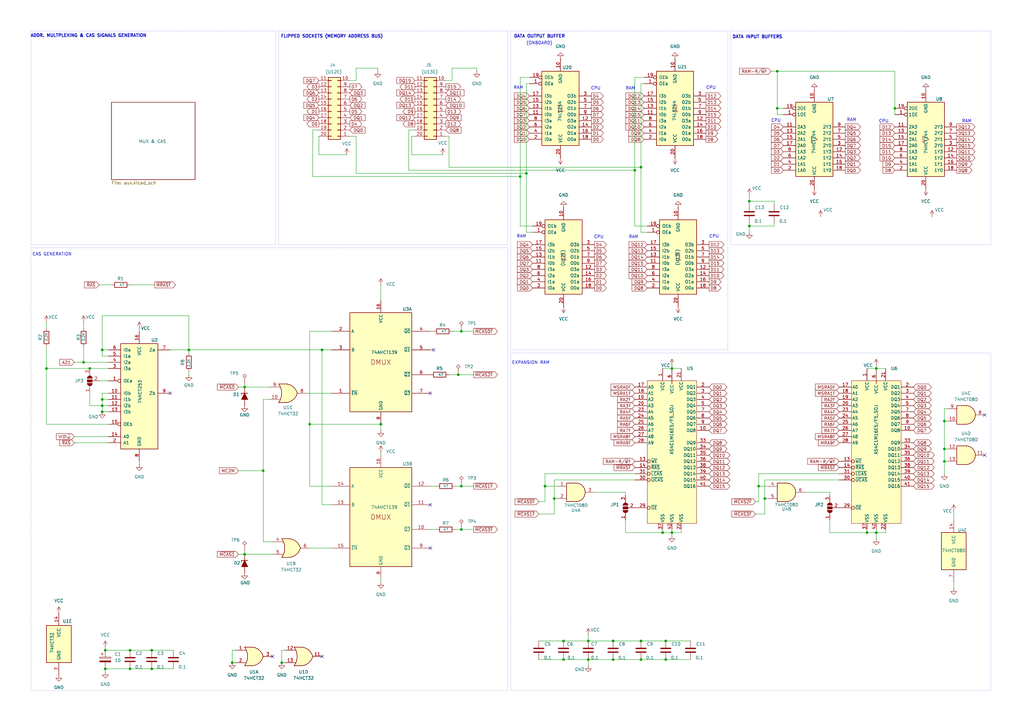
<source format=kicad_sch>
(kicad_sch (version 20250114) (generator "eeschema") (generator_version "9.0")
  (paper "A3")
  (title_block (title "RAM EXPANSION BOARD FOR EARLY MACS") (date "2024-08-10") (rev "5"))
  (rectangle (start 12.7 101.6) (end 208.28 283.21) (stroke (width 0) (type dot)))
  (rectangle (start 209.55 144.78) (end 406.4 283.21) (stroke (width 0) (type dot)))
  (rectangle (start 12.7 12.7) (end 113.03 100.33) (stroke (width 0) (type dot)))
  (rectangle (start 114.3 12.7) (end 208.28 100.33) (stroke (width 0) (type dot)))
  (rectangle (start 299.72 12.7) (end 406.4 100.33) (stroke (width 0) (type dot)))
  (rectangle (start 209.55 12.7) (end 298.45 143.51) (stroke (width 0) (type dot)))
  (text "RAM" (at 258.572 36.322 0) (effects (font (size 1.27 1.27))))
  (text "RAM" (at 213.868 97.028 0) (effects (font (size 1.27 1.27))))
  (text "RAM" (at 349.25 49.276 0) (effects (font (size 1.27 1.27))))
  (text "RAM" (at 212.598 36.068 0) (effects (font (size 1.27 1.27))))
  (text "CPU" (at 245.618 97.282 0) (effects (font (size 1.27 1.27))))
  (text "DATA INPUT BUFFERS" (at 310.642 15.24 0) (effects (font (size 1.27 1.27) (thickness 0.254) (bold yes))))
  (text "EXPANSION RAM" (at 217.678 148.844 0) (effects (font (size 1.27 1.27))))
  (text "DATA OUTPUT BUFFER" (at 221.234 14.986 0) (effects (font (size 1.27 1.27) (thickness 0.254) (bold yes))))
  (text "CAS GENERATION" (at 21.336 104.394 0) (effects (font (size 1.27 1.27))))
  (text "CPU" (at 291.592 36.068 0) (effects (font (size 1.27 1.27))))
  (text "RAM" (at 396.494 49.784 0) (effects (font (size 1.27 1.27))))
  (text "CPU" (at 244.348 36.322 0) (effects (font (size 1.27 1.27))))
  (text "CPU" (at 318.262 49.53 0) (effects (font (size 1.27 1.27))))
  (text "FLIPPED SOCKETS (MEMORY ADDRESS BUS)" (at 136.144 14.986 0) (effects (font (size 1.27 1.27) (thickness 0.254) (bold yes))))
  (text "CPU" (at 292.862 97.028 0) (effects (font (size 1.27 1.27))))
  (text "(ONBOARD)" (at 221.234 17.78 0) (effects (font (size 1.27 1.27))))
  (text "RAM" (at 259.842 97.282 0) (effects (font (size 1.27 1.27))))
  (text "ADDR. MULTPLEXING & CAS SIGNALS GENERATION" (at 36.322 14.732 0) (effects (font (size 1.27 1.27) (thickness 0.254) (bold yes))))
  (text "CPU" (at 362.458 49.784 0) (effects (font (size 1.27 1.27))))
  (junction (at 359.41 151.13))
  (junction (at 95.25 271.78))
  (junction (at 77.47 143.51))
  (junction (at 307.34 92.71))
  (junction (at 311.15 199.39))
  (junction (at 223.52 199.39))
  (junction (at 156.21 173.99))
  (junction (at 107.95 193.04))
  (junction (at 227.33 204.47))
  (junction (at 189.23 135.89))
  (junction (at 387.35 184.15))
  (junction (at 132.08 143.51))
  (junction (at 43.18 274.32))
  (junction (at 318.77 29.21))
  (junction (at 318.77 44.45))
  (junction (at 36.83 151.13))
  (junction (at 262.89 270.51))
  (junction (at 275.59 151.13))
  (junction (at 231.14 270.51))
  (junction (at 53.34 274.32))
  (junction (at 273.05 262.89))
  (junction (at 307.34 82.55))
  (junction (at 359.41 218.44))
  (junction (at 189.23 199.39))
  (junction (at 43.18 266.7))
  (junction (at 355.6 218.44))
  (junction (at 213.36 72.39))
  (junction (at 367.03 44.45))
  (junction (at 275.59 218.44))
  (junction (at 41.91 163.83))
  (junction (at 41.91 143.51))
  (junction (at 100.33 158.75))
  (junction (at 187.96 153.67))
  (junction (at 231.14 262.89))
  (junction (at 273.05 270.51))
  (junction (at 127 173.99))
  (junction (at 260.35 69.85))
  (junction (at 241.3 262.89))
  (junction (at 271.78 218.44))
  (junction (at 100.33 227.33))
  (junction (at 215.9 71.12))
  (junction (at 387.35 189.23))
  (junction (at 53.34 266.7))
  (junction (at 189.23 217.17))
  (junction (at 34.29 148.59))
  (junction (at 115.57 271.78))
  (junction (at 62.23 274.32))
  (junction (at 387.35 172.72))
  (junction (at 262.89 68.58))
  (junction (at 41.91 166.37))
  (junction (at 251.46 270.51))
  (junction (at 19.05 151.13))
  (junction (at 41.91 168.91))
  (junction (at 251.46 262.89))
  (junction (at 262.89 262.89))
  (junction (at 241.3 270.51))
  (junction (at 62.23 266.7))
  (junction (at 313.69 204.47))
  (no_connect (at 111.76 269.24))
  (no_connect (at 176.53 161.29))
  (no_connect (at 69.85 161.29))
  (no_connect (at 176.53 224.79))
  (no_connect (at 177.8 143.51))
  (no_connect (at 176.53 207.01))
  (no_connect (at 403.86 170.18))
  (no_connect (at 132.08 269.24))
  (no_connect (at 403.86 186.69))
  (wire (pts (xy 241.3 270.51) (xy 251.46 270.51)))
  (wire (pts (xy 154.94 27.94) (xy 154.94 29.21)))
  (wire (pts (xy 100.33 157.48) (xy 100.33 158.75)))
  (wire (pts (xy 271.78 218.44) (xy 271.78 217.17)))
  (wire (pts (xy 156.21 116.84) (xy 156.21 123.19)))
  (wire (pts (xy 179.07 217.17) (xy 176.53 217.17)))
  (wire (pts (xy 387.35 172.72) (xy 388.62 172.72)))
  (wire (pts (xy 264.16 31.75) (xy 260.35 31.75)))
  (wire (pts (xy 262.89 95.25) (xy 265.43 95.25)))
  (wire (pts (xy 367.03 29.21) (xy 367.03 44.45)))
  (wire (pts (xy 262.89 68.58) (xy 184.15 68.58)))
  (wire (pts (xy 41.91 146.05) (xy 41.91 143.51)))
  (wire (pts (xy 41.91 129.54) (xy 41.91 143.51)))
  (wire (pts (xy 127 224.79) (xy 135.89 224.79)))
  (wire (pts (xy 231.14 270.51) (xy 241.3 270.51)))
  (wire (pts (xy 318.77 44.45) (xy 318.77 29.21)))
  (wire (pts (xy 187.96 153.67) (xy 194.31 153.67)))
  (wire (pts (xy 387.35 172.72) (xy 387.35 184.15)))
  (wire (pts (xy 95.25 266.7) (xy 96.52 266.7)))
  (wire (pts (xy 256.54 201.93) (xy 256.54 203.2)))
  (wire (pts (xy 77.47 129.54) (xy 41.91 129.54)))
  (wire (pts (xy 100.33 227.33) (xy 111.76 227.33)))
  (wire (pts (xy 279.4 218.44) (xy 279.4 217.17)))
  (wire (pts (xy 220.98 270.51) (xy 231.14 270.51)))
  (wire (pts (xy 43.18 265.43) (xy 43.18 266.7)))
  (wire (pts (xy 184.15 153.67) (xy 187.96 153.67)))
  (wire (pts (xy 307.34 92.71) (xy 317.5 92.71)))
  (wire (pts (xy 40.64 156.21) (xy 44.45 156.21)))
  (wire (pts (xy 260.35 31.75) (xy 260.35 69.85)))
  (wire (pts (xy 307.34 82.55) (xy 307.34 83.82)))
  (wire (pts (xy 387.35 167.64) (xy 387.35 172.72)))
  (wire (pts (xy 307.34 82.55) (xy 317.5 82.55)))
  (wire (pts (xy 115.57 271.78) (xy 116.84 271.78)))
  (wire (pts (xy 100.33 158.75) (xy 110.49 158.75)))
  (wire (pts (xy 19.05 132.08) (xy 19.05 134.62)))
  (wire (pts (xy 57.15 134.62) (xy 57.15 135.89)))
  (wire (pts (xy 40.64 116.84) (xy 45.72 116.84)))
  (wire (pts (xy 177.8 143.51) (xy 176.53 143.51)))
  (wire (pts (xy 215.9 34.29) (xy 217.17 34.29)))
  (wire (pts (xy 19.05 142.24) (xy 19.05 151.13)))
  (wire (pts (xy 77.47 143.51) (xy 77.47 144.78)))
  (wire (pts (xy 271.78 151.13) (xy 275.59 151.13)))
  (wire (pts (xy 311.15 194.31) (xy 311.15 199.39)))
  (wire (pts (xy 146.05 33.02) (xy 143.51 33.02)))
  (wire (pts (xy 127 173.99) (xy 127 199.39)))
  (wire (pts (xy 62.23 266.7) (xy 71.12 266.7)))
  (wire (pts (xy 135.89 135.89) (xy 127 135.89)))
  (wire (pts (xy 77.47 143.51) (xy 77.47 129.54)))
  (wire (pts (xy 127 199.39) (xy 135.89 199.39)))
  (wire (pts (xy 36.83 161.29) (xy 36.83 166.37)))
  (wire (pts (xy 41.91 161.29) (xy 41.91 163.83)))
  (wire (pts (xy 307.34 95.25) (xy 307.34 92.71)))
  (wire (pts (xy 227.33 204.47) (xy 228.6 204.47)))
  (wire (pts (xy 62.23 274.32) (xy 71.12 274.32)))
  (wire (pts (xy 215.9 71.12) (xy 215.9 34.29)))
  (wire (pts (xy 194.31 199.39) (xy 189.23 199.39)))
  (wire (pts (xy 307.34 92.71) (xy 307.34 91.44)))
  (wire (pts (xy 185.42 135.89) (xy 189.23 135.89)))
  (wire (pts (xy 184.15 55.88) (xy 182.88 55.88)))
  (wire (pts (xy 57.15 190.5) (xy 57.15 189.23)))
  (wire (pts (xy 167.64 69.85) (xy 260.35 69.85)))
  (wire (pts (xy 41.91 143.51) (xy 44.45 143.51)))
  (wire (pts (xy 317.5 92.71) (xy 317.5 91.44)))
  (wire (pts (xy 256.54 213.36) (xy 256.54 218.44)))
  (wire (pts (xy 125.73 161.29) (xy 135.89 161.29)))
  (wire (pts (xy 275.59 151.13) (xy 279.4 151.13)))
  (wire (pts (xy 223.52 199.39) (xy 223.52 205.74)))
  (wire (pts (xy 227.33 204.47) (xy 227.33 196.85)))
  (wire (pts (xy 313.69 204.47) (xy 314.96 204.47)))
  (wire (pts (xy 340.36 201.93) (xy 340.36 203.2)))
  (wire (pts (xy 275.59 218.44) (xy 279.4 218.44)))
  (wire (pts (xy 241.3 273.05) (xy 241.3 270.51)))
  (wire (pts (xy 262.89 262.89) (xy 273.05 262.89)))
  (wire (pts (xy 69.85 143.51) (xy 77.47 143.51)))
  (wire (pts (xy 44.45 146.05) (xy 41.91 146.05)))
  (wire (pts (xy 128.27 72.39) (xy 213.36 72.39)))
  (wire (pts (xy 213.36 92.71) (xy 218.44 92.71)))
  (wire (pts (xy 355.6 218.44) (xy 355.6 217.17)))
  (wire (pts (xy 317.5 82.55) (xy 317.5 83.82)))
  (wire (pts (xy 19.05 151.13) (xy 36.83 151.13)))
  (wire (pts (xy 359.41 218.44) (xy 363.22 218.44)))
  (wire (pts (xy 313.69 196.85) (xy 313.69 204.47)))
  (wire (pts (xy 363.22 218.44) (xy 363.22 217.17)))
  (wire (pts (xy 53.34 116.84) (xy 63.5 116.84)))
  (wire (pts (xy 30.48 148.59) (xy 34.29 148.59)))
  (wire (pts (xy 256.54 218.44) (xy 271.78 218.44)))
  (wire (pts (xy 231.14 262.89) (xy 241.3 262.89)))
  (wire (pts (xy 181.61 63.5) (xy 168.91 63.5)))
  (wire (pts (xy 316.23 29.21) (xy 318.77 29.21)))
  (wire (pts (xy 43.18 274.32) (xy 43.18 275.59)))
  (wire (pts (xy 179.07 199.39) (xy 176.53 199.39)))
  (wire (pts (xy 311.15 199.39) (xy 314.96 199.39)))
  (wire (pts (xy 167.64 53.34) (xy 167.64 69.85)))
  (wire (pts (xy 154.94 27.94) (xy 146.05 27.94)))
  (wire (pts (xy 30.48 179.07) (xy 44.45 179.07)))
  (wire (pts (xy 95.25 271.78) (xy 96.52 271.78)))
  (wire (pts (xy 275.59 149.86) (xy 275.59 151.13)))
  (wire (pts (xy 36.83 166.37) (xy 41.91 166.37)))
  (wire (pts (xy 251.46 262.89) (xy 262.89 262.89)))
  (wire (pts (xy 359.41 149.86) (xy 359.41 151.13)))
  (wire (pts (xy 344.17 194.31) (xy 311.15 194.31)))
  (wire (pts (xy 30.48 181.61) (xy 44.45 181.61)))
  (wire (pts (xy 177.8 135.89) (xy 176.53 135.89)))
  (wire (pts (xy 355.6 151.13) (xy 359.41 151.13)))
  (wire (pts (xy 217.17 31.75) (xy 213.36 31.75)))
  (wire (pts (xy 215.9 95.25) (xy 215.9 71.12)))
  (wire (pts (xy 359.41 218.44) (xy 359.41 217.17)))
  (wire (pts (xy 311.15 199.39) (xy 311.15 205.74)))
  (wire (pts (xy 41.91 161.29) (xy 44.45 161.29)))
  (wire (pts (xy 41.91 163.83) (xy 41.91 166.37)))
  (wire (pts (xy 218.44 95.25) (xy 215.9 95.25)))
  (wire (pts (xy 330.2 201.93) (xy 340.36 201.93)))
  (wire (pts (xy 367.03 29.21) (xy 318.77 29.21)))
  (wire (pts (xy 168.91 55.88) (xy 170.18 55.88)))
  (wire (pts (xy 146.05 71.12) (xy 215.9 71.12)))
  (wire (pts (xy 340.36 213.36) (xy 340.36 218.44)))
  (wire (pts (xy 344.17 196.85) (xy 313.69 196.85)))
  (wire (pts (xy 260.35 194.31) (xy 223.52 194.31)))
  (wire (pts (xy 213.36 31.75) (xy 213.36 72.39)))
  (wire (pts (xy 77.47 143.51) (xy 132.08 143.51)))
  (wire (pts (xy 313.69 204.47) (xy 313.69 210.82)))
  (wire (pts (xy 275.59 219.71) (xy 275.59 218.44)))
  (wire (pts (xy 132.08 143.51) (xy 132.08 207.01)))
  (wire (pts (xy 43.18 274.32) (xy 53.34 274.32)))
  (wire (pts (xy 53.34 266.7) (xy 62.23 266.7)))
  (wire (pts (xy 227.33 196.85) (xy 260.35 196.85)))
  (wire (pts (xy 251.46 270.51) (xy 262.89 270.51)))
  (wire (pts (xy 127 173.99) (xy 156.21 173.99)))
  (wire (pts (xy 275.59 218.44) (xy 275.59 217.17)))
  (wire (pts (xy 194.31 217.17) (xy 189.23 217.17)))
  (wire (pts (xy 170.18 53.34) (xy 167.64 53.34)))
  (wire (pts (xy 41.91 163.83) (xy 44.45 163.83)))
  (wire (pts (xy 223.52 194.31) (xy 223.52 199.39)))
  (wire (pts (xy 262.89 270.51) (xy 273.05 270.51)))
  (wire (pts (xy 53.34 274.32) (xy 62.23 274.32)))
  (wire (pts (xy 256.54 201.93) (xy 243.84 201.93)))
  (wire (pts (xy 95.25 266.7) (xy 95.25 271.78)))
  (wire (pts (xy 107.95 163.83) (xy 107.95 193.04)))
  (wire (pts (xy 241.3 262.89) (xy 251.46 262.89)))
  (wire (pts (xy 318.77 46.99) (xy 321.31 46.99)))
  (wire (pts (xy 34.29 142.24) (xy 34.29 148.59)))
  (wire (pts (xy 309.88 210.82) (xy 313.69 210.82)))
  (wire (pts (xy 107.95 193.04) (xy 107.95 222.25)))
  (wire (pts (xy 359.41 151.13) (xy 363.22 151.13)))
  (wire (pts (xy 115.57 266.7) (xy 116.84 266.7)))
  (wire (pts (xy 184.15 68.58) (xy 184.15 55.88)))
  (wire (pts (xy 213.36 72.39) (xy 213.36 92.71)))
  (wire (pts (xy 387.35 189.23) (xy 387.35 194.31)))
  (wire (pts (xy 107.95 163.83) (xy 110.49 163.83)))
  (wire (pts (xy 97.79 158.75) (xy 100.33 158.75)))
  (wire (pts (xy 130.81 53.34) (xy 128.27 53.34)))
  (wire (pts (xy 77.47 153.67) (xy 77.47 152.4)))
  (wire (pts (xy 36.83 151.13) (xy 44.45 151.13)))
  (wire (pts (xy 223.52 199.39) (xy 228.6 199.39)))
  (wire (pts (xy 97.79 227.33) (xy 100.33 227.33)))
  (wire (pts (xy 195.58 27.94) (xy 185.42 27.94)))
  (wire (pts (xy 391.16 209.55) (xy 391.16 213.36)))
  (wire (pts (xy 260.35 69.85) (xy 260.35 92.71)))
  (wire (pts (xy 271.78 218.44) (xy 275.59 218.44)))
  (wire (pts (xy 262.89 68.58) (xy 262.89 95.25)))
  (wire (pts (xy 185.42 33.02) (xy 182.88 33.02)))
  (wire (pts (xy 143.51 55.88) (xy 146.05 55.88)))
  (wire (pts (xy 307.34 80.01) (xy 307.34 82.55)))
  (wire (pts (xy 264.16 34.29) (xy 262.89 34.29)))
  (wire (pts (xy 156.21 238.76) (xy 156.21 237.49)))
  (wire (pts (xy 146.05 55.88) (xy 146.05 71.12)))
  (wire (pts (xy 340.36 218.44) (xy 355.6 218.44)))
  (wire (pts (xy 44.45 168.91) (xy 41.91 168.91)))
  (wire (pts (xy 185.42 27.94) (xy 185.42 33.02)))
  (wire (pts (xy 100.33 226.06) (xy 100.33 227.33)))
  (wire (pts (xy 146.05 27.94) (xy 146.05 33.02)))
  (wire (pts (xy 273.05 262.89) (xy 283.21 262.89)))
  (wire (pts (xy 34.29 132.08) (xy 34.29 134.62)))
  (wire (pts (xy 309.88 205.74) (xy 311.15 205.74)))
  (wire (pts (xy 19.05 173.99) (xy 19.05 151.13)))
  (wire (pts (xy 135.89 207.01) (xy 132.08 207.01)))
  (wire (pts (xy 321.31 44.45) (xy 318.77 44.45)))
  (wire (pts (xy 43.18 266.7) (xy 53.34 266.7)))
  (wire (pts (xy 195.58 27.94) (xy 195.58 29.21)))
  (wire (pts (xy 19.05 173.99) (xy 44.45 173.99)))
  (wire (pts (xy 115.57 266.7) (xy 115.57 271.78)))
  (wire (pts (xy 97.79 193.04) (xy 107.95 193.04)))
  (wire (pts (xy 387.35 184.15) (xy 387.35 189.23)))
  (wire (pts (xy 156.21 173.99) (xy 156.21 176.53)))
  (wire (pts (xy 189.23 199.39) (xy 186.69 199.39)))
  (wire (pts (xy 127 135.89) (xy 127 173.99)))
  (wire (pts (xy 318.77 44.45) (xy 318.77 46.99)))
  (wire (pts (xy 156.21 185.42) (xy 156.21 186.69)))
  (wire (pts (xy 41.91 168.91) (xy 41.91 166.37)))
  (wire (pts (xy 260.35 92.71) (xy 265.43 92.71)))
  (wire (pts (xy 367.03 44.45) (xy 367.03 46.99)))
  (wire (pts (xy 41.91 166.37) (xy 44.45 166.37)))
  (wire (pts (xy 220.98 210.82) (xy 227.33 210.82)))
  (wire (pts (xy 355.6 218.44) (xy 359.41 218.44)))
  (wire (pts (xy 359.41 220.98) (xy 359.41 218.44)))
  (wire (pts (xy 130.81 55.88) (xy 130.81 63.5)))
  (wire (pts (xy 142.24 63.5) (xy 130.81 63.5)))
  (wire (pts (xy 128.27 53.34) (xy 128.27 72.39)))
  (wire (pts (xy 220.98 262.89) (xy 231.14 262.89)))
  (wire (pts (xy 168.91 63.5) (xy 168.91 55.88)))
  (wire (pts (xy 241.3 260.35) (xy 241.3 262.89)))
  (wire (pts (xy 391.16 241.3) (xy 391.16 238.76)))
  (wire (pts (xy 34.29 148.59) (xy 44.45 148.59)))
  (wire (pts (xy 387.35 167.64) (xy 388.62 167.64)))
  (wire (pts (xy 227.33 204.47) (xy 227.33 210.82)))
  (wire (pts (xy 387.35 184.15) (xy 388.62 184.15)))
  (wire (pts (xy 189.23 217.17) (xy 186.69 217.17)))
  (wire (pts (xy 132.08 143.51) (xy 135.89 143.51)))
  (wire (pts (xy 107.95 222.25) (xy 111.76 222.25)))
  (wire (pts (xy 273.05 270.51) (xy 283.21 270.51)))
  (wire (pts (xy 220.98 205.74) (xy 223.52 205.74)))
  (wire (pts (xy 387.35 189.23) (xy 388.62 189.23)))
  (wire (pts (xy 262.89 34.29) (xy 262.89 68.58)))
  (wire (pts (xy 189.23 135.89) (xy 194.31 135.89)))
  (global_label "DQ10" (shape bidirectional) (at 374.65 186.69 0) (property "Intersheetrefs" "${INTERSHEET_REFS}" (effects (hide yes))))
  (global_label "DQ11" (shape input) (at 265.43 110.49 180) (property "Intersheetrefs" "${INTERSHEET_REFS}" (effects (hide yes))))
  (global_label "DQ2" (shape output) (at 346.71 64.77 0) (property "Intersheetrefs" "${INTERSHEET_REFS}" (effects (hide yes))))
  (global_label "DQ15" (shape bidirectional) (at 290.83 199.39 0) (property "Intersheetrefs" "${INTERSHEET_REFS}" (effects (hide yes))))
  (global_label "D14" (shape input) (at 367.03 57.15 180) (property "Intersheetrefs" "${INTERSHEET_REFS}" (effects (hide yes))))
  (global_label "DQ11" (shape bidirectional) (at 290.83 189.23 0) (property "Intersheetrefs" "${INTERSHEET_REFS}" (effects (hide yes))))
  (global_label "DQ13" (shape input) (at 265.43 102.87 180) (property "Intersheetrefs" "${INTERSHEET_REFS}" (effects (hide yes))))
  (global_label "DQ2" (shape bidirectional) (at 290.83 163.83 0) (property "Intersheetrefs" "${INTERSHEET_REFS}" (effects (hide yes))))
  (global_label "D3" (shape input) (at 321.31 62.23 180) (property "Intersheetrefs" "${INTERSHEET_REFS}" (effects (hide yes))))
  (global_label "D15" (shape output) (at 289.56 46.99 0) (property "Intersheetrefs" "${INTERSHEET_REFS}" (effects (hide yes))))
  (global_label "DQ2" (shape input) (at 217.17 52.07 180) (property "Intersheetrefs" "${INTERSHEET_REFS}" (effects (hide yes))))
  (global_label "D8" (shape output) (at 170.18 50.8 180) (property "Intersheetrefs" "${INTERSHEET_REFS}" (effects (hide yes))))
  (global_label "D4" (shape output) (at 242.57 39.37 0) (property "Intersheetrefs" "${INTERSHEET_REFS}" (effects (hide yes))))
  (global_label "DQ4" (shape input) (at 218.44 100.33 180) (property "Intersheetrefs" "${INTERSHEET_REFS}" (effects (hide yes))))
  (global_label "D8" (shape output) (at 290.83 118.11 0) (property "Intersheetrefs" "${INTERSHEET_REFS}" (effects (hide yes))))
  (global_label "DQ11" (shape input) (at 182.88 38.1 0) (property "Intersheetrefs" "${INTERSHEET_REFS}" (effects (hide yes))))
  (global_label "~{MCAS0F}" (shape output) (at 194.31 135.89 0) (property "Intersheetrefs" "${INTERSHEET_REFS}" (effects (hide yes))))
  (global_label "DQ15" (shape output) (at 392.43 59.69 0) (property "Intersheetrefs" "${INTERSHEET_REFS}" (effects (hide yes))))
  (global_label "DQ6" (shape bidirectional) (at 374.65 173.99 0) (property "Intersheetrefs" "${INTERSHEET_REFS}" (effects (hide yes))))
  (global_label "~{MCAS3F}" (shape input) (at 309.88 210.82 180) (property "Intersheetrefs" "${INTERSHEET_REFS}" (effects (hide yes))))
  (global_label "DQ14" (shape output) (at 392.43 57.15 0) (property "Intersheetrefs" "${INTERSHEET_REFS}" (effects (hide yes))))
  (global_label "D12" (shape input) (at 367.03 52.07 180) (property "Intersheetrefs" "${INTERSHEET_REFS}" (effects (hide yes))))
  (global_label "D10" (shape output) (at 289.56 52.07 0) (property "Intersheetrefs" "${INTERSHEET_REFS}" (effects (hide yes))))
  (global_label "D13" (shape output) (at 289.56 41.91 0) (property "Intersheetrefs" "${INTERSHEET_REFS}" (effects (hide yes))))
  (global_label "DQ3" (shape input) (at 218.44 110.49 180) (property "Intersheetrefs" "${INTERSHEET_REFS}" (effects (hide yes))))
  (global_label "DQ4" (shape bidirectional) (at 290.83 168.91 0) (property "Intersheetrefs" "${INTERSHEET_REFS}" (effects (hide yes))))
  (global_label "DQ7" (shape bidirectional) (at 374.65 176.53 0) (property "Intersheetrefs" "${INTERSHEET_REFS}" (effects (hide yes))))
  (global_label "~{MCAS3F}" (shape output) (at 194.31 217.17 0) (property "Intersheetrefs" "${INTERSHEET_REFS}" (effects (hide yes))))
  (global_label "D7" (shape output) (at 242.57 46.99 0) (property "Intersheetrefs" "${INTERSHEET_REFS}" (effects (hide yes))))
  (global_label "DQ5" (shape bidirectional) (at 290.83 171.45 0) (property "Intersheetrefs" "${INTERSHEET_REFS}" (effects (hide yes))))
  (global_label "D6" (shape output) (at 242.57 44.45 0) (property "Intersheetrefs" "${INTERSHEET_REFS}" (effects (hide yes))))
  (global_label "DQ1" (shape input) (at 217.17 54.61 180) (property "Intersheetrefs" "${INTERSHEET_REFS}" (effects (hide yes))))
  (global_label "DQ13" (shape input) (at 264.16 41.91 180) (property "Intersheetrefs" "${INTERSHEET_REFS}" (effects (hide yes))))
  (global_label "D12" (shape output) (at 289.56 39.37 0) (property "Intersheetrefs" "${INTERSHEET_REFS}" (effects (hide yes))))
  (global_label "DQ11" (shape bidirectional) (at 374.65 189.23 0) (property "Intersheetrefs" "${INTERSHEET_REFS}" (effects (hide yes))))
  (global_label "MRA9F" (shape input) (at 260.35 181.61 180) (property "Intersheetrefs" "${INTERSHEET_REFS}" (effects (hide yes))))
  (global_label "MSRA0F" (shape input) (at 344.17 158.75 180) (property "Intersheetrefs" "${INTERSHEET_REFS}" (effects (hide yes))))
  (global_label "DQ12" (shape input) (at 265.43 100.33 180) (property "Intersheetrefs" "${INTERSHEET_REFS}" (effects (hide yes))))
  (global_label "~{MRASF}" (shape output) (at 63.5 116.84 0) (property "Intersheetrefs" "${INTERSHEET_REFS}" (effects (hide yes))))
  (global_label "DQ10" (shape input) (at 265.43 113.03 180) (property "Intersheetrefs" "${INTERSHEET_REFS}" (effects (hide yes))))
  (global_label "DQ14" (shape input) (at 265.43 105.41 180) (property "Intersheetrefs" "${INTERSHEET_REFS}" (effects (hide yes))))
  (global_label "~{MCAS0F}" (shape input) (at 220.98 205.74 180) (property "Intersheetrefs" "${INTERSHEET_REFS}" (effects (hide yes))))
  (global_label "D2" (shape output) (at 243.84 113.03 0) (property "Intersheetrefs" "${INTERSHEET_REFS}" (effects (hide yes))))
  (global_label "RA2F" (shape input) (at 260.35 163.83 180) (property "Intersheetrefs" "${INTERSHEET_REFS}" (effects (hide yes))))
  (global_label "DQ9" (shape output) (at 392.43 67.31 0) (property "Intersheetrefs" "${INTERSHEET_REFS}" (effects (hide yes))))
  (global_label "~{MCAS1}" (shape input) (at 97.79 227.33 180) (property "Intersheetrefs" "${INTERSHEET_REFS}" (effects (hide yes))))
  (global_label "DQ0" (shape input) (at 143.51 53.34 0) (property "Intersheetrefs" "${INTERSHEET_REFS}" (effects (hide yes))))
  (global_label "MSRA0F" (shape input) (at 260.35 158.75 180) (property "Intersheetrefs" "${INTERSHEET_REFS}" (effects (hide yes))))
  (global_label "DQ6" (shape input) (at 130.81 38.1 180) (property "Intersheetrefs" "${INTERSHEET_REFS}" (effects (hide yes))))
  (global_label "D14" (shape output) (at 290.83 105.41 0) (property "Intersheetrefs" "${INTERSHEET_REFS}" (effects (hide yes))))
  (global_label "D1" (shape output) (at 243.84 115.57 0) (property "Intersheetrefs" "${INTERSHEET_REFS}" (effects (hide yes))))
  (global_label "~{MCAS1F}" (shape input) (at 220.98 210.82 180) (property "Intersheetrefs" "${INTERSHEET_REFS}" (effects (hide yes))))
  (global_label "DQ7" (shape output) (at 346.71 59.69 0) (property "Intersheetrefs" "${INTERSHEET_REFS}" (effects (hide yes))))
  (global_label "DQ1" (shape output) (at 346.71 67.31 0) (property "Intersheetrefs" "${INTERSHEET_REFS}" (effects (hide yes))))
  (global_label "~{RAS}" (shape input) (at 30.48 181.61 180) (property "Intersheetrefs" "${INTERSHEET_REFS}" (effects (hide yes))))
  (global_label "D8" (shape input) (at 367.03 69.85 180) (property "Intersheetrefs" "${INTERSHEET_REFS}" (effects (hide yes))))
  (global_label "~{MRASF}" (shape input) (at 260.35 191.77 180) (property "Intersheetrefs" "${INTERSHEET_REFS}" (effects (hide yes))))
  (global_label "D4" (shape output) (at 143.51 50.8 0) (property "Intersheetrefs" "${INTERSHEET_REFS}" (effects (hide yes))))
  (global_label "D7" (shape input) (at 321.31 59.69 180) (property "Intersheetrefs" "${INTERSHEET_REFS}" (effects (hide yes))))
  (global_label "VID\\~{u}" (shape input) (at 30.48 179.07 180) (property "Intersheetrefs" "${INTERSHEET_REFS}" (effects (hide yes))))
  (global_label "RA3F" (shape input) (at 260.35 166.37 180) (property "Intersheetrefs" "${INTERSHEET_REFS}" (effects (hide yes))))
  (global_label "D4" (shape output) (at 243.84 100.33 0) (property "Intersheetrefs" "${INTERSHEET_REFS}" (effects (hide yes))))
  (global_label "D15" (shape output) (at 290.83 107.95 0) (property "Intersheetrefs" "${INTERSHEET_REFS}" (effects (hide yes))))
  (global_label "RA6F" (shape input) (at 344.17 173.99 180) (property "Intersheetrefs" "${INTERSHEET_REFS}" (effects (hide yes))))
  (global_label "DQ10" (shape input) (at 264.16 52.07 180) (property "Intersheetrefs" "${INTERSHEET_REFS}" (effects (hide yes))))
  (global_label "DQ5" (shape input) (at 130.81 43.18 180) (property "Intersheetrefs" "${INTERSHEET_REFS}" (effects (hide yes))))
  (global_label "MRA9F" (shape input) (at 344.17 181.61 180) (property "Intersheetrefs" "${INTERSHEET_REFS}" (effects (hide yes))))
  (global_label "D2" (shape output) (at 130.81 40.64 180) (property "Intersheetrefs" "${INTERSHEET_REFS}" (effects (hide yes))))
  (global_label "DQ12" (shape input) (at 170.18 48.26 180) (property "Intersheetrefs" "${INTERSHEET_REFS}" (effects (hide yes))))
  (global_label "RA5F" (shape input) (at 344.17 171.45 180) (property "Intersheetrefs" "${INTERSHEET_REFS}" (effects (hide yes))))
  (global_label "DQ2" (shape input) (at 218.44 113.03 180) (property "Intersheetrefs" "${INTERSHEET_REFS}" (effects (hide yes))))
  (global_label "D3" (shape output) (at 130.81 35.56 180) (property "Intersheetrefs" "${INTERSHEET_REFS}" (effects (hide yes))))
  (global_label "DQ0" (shape input) (at 218.44 118.11 180) (property "Intersheetrefs" "${INTERSHEET_REFS}" (effects (hide yes))))
  (global_label "DQ4" (shape bidirectional) (at 374.65 168.91 0) (property "Intersheetrefs" "${INTERSHEET_REFS}" (effects (hide yes))))
  (global_label "D1" (shape output) (at 242.57 54.61 0) (property "Intersheetrefs" "${INTERSHEET_REFS}" (effects (hide yes))))
  (global_label "DQ7" (shape input) (at 130.81 33.02 180) (property "Intersheetrefs" "${INTERSHEET_REFS}" (effects (hide yes))))
  (global_label "DQ12" (shape output) (at 392.43 52.07 0) (property "Intersheetrefs" "${INTERSHEET_REFS}" (effects (hide yes))))
  (global_label "D13" (shape input) (at 367.03 54.61 180) (property "Intersheetrefs" "${INTERSHEET_REFS}" (effects (hide yes))))
  (global_label "DQ3" (shape bidirectional) (at 374.65 166.37 0) (property "Intersheetrefs" "${INTERSHEET_REFS}" (effects (hide yes))))
  (global_label "D6" (shape output) (at 143.51 40.64 0) (property "Intersheetrefs" "${INTERSHEET_REFS}" (effects (hide yes))))
  (global_label "DQ1" (shape bidirectional) (at 374.65 161.29 0) (property "Intersheetrefs" "${INTERSHEET_REFS}" (effects (hide yes))))
  (global_label "MSRA8F" (shape input) (at 260.35 179.07 180) (property "Intersheetrefs" "${INTERSHEET_REFS}" (effects (hide yes))))
  (global_label "A21" (shape input) (at 30.48 148.59 180) (property "Intersheetrefs" "${INTERSHEET_REFS}" (effects (hide yes))))
  (global_label "DQ6" (shape input) (at 218.44 105.41 180) (property "Intersheetrefs" "${INTERSHEET_REFS}" (effects (hide yes))))
  (global_label "RAM-R{slash}~{W}F" (shape input) (at 344.17 189.23 180) (property "Intersheetrefs" "${INTERSHEET_REFS}" (effects (hide yes))))
  (global_label "DQ2" (shape input) (at 143.51 43.18 0) (property "Intersheetrefs" "${INTERSHEET_REFS}" (effects (hide yes))))
  (global_label "~{MCAS0}" (shape input) (at 97.79 158.75 180) (property "Intersheetrefs" "${INTERSHEET_REFS}" (effects (hide yes))))
  (global_label "D13" (shape output) (at 182.88 45.72 0) (property "Intersheetrefs" "${INTERSHEET_REFS}" (effects (hide yes))))
  (global_label "DQ4" (shape output) (at 346.71 52.07 0) (property "Intersheetrefs" "${INTERSHEET_REFS}" (effects (hide yes))))
  (global_label "DQ8" (shape output) (at 392.43 69.85 0) (property "Intersheetrefs" "${INTERSHEET_REFS}" (effects (hide yes))))
  (global_label "DQ10" (shape bidirectional) (at 290.83 186.69 0) (property "Intersheetrefs" "${INTERSHEET_REFS}" (effects (hide yes))))
  (global_label "DQ9" (shape input) (at 182.88 48.26 0) (property "Intersheetrefs" "${INTERSHEET_REFS}" (effects (hide yes))))
  (global_label "DQ13" (shape bidirectional) (at 290.83 194.31 0) (property "Intersheetrefs" "${INTERSHEET_REFS}" (effects (hide yes))))
  (global_label "D9" (shape input) (at 367.03 67.31 180) (property "Intersheetrefs" "${INTERSHEET_REFS}" (effects (hide yes))))
  (global_label "DQ10" (shape output) (at 392.43 64.77 0) (property "Intersheetrefs" "${INTERSHEET_REFS}" (effects (hide yes))))
  (global_label "RA7F" (shape input) (at 260.35 176.53 180) (property "Intersheetrefs" "${INTERSHEET_REFS}" (effects (hide yes))))
  (global_label "D14" (shape output) (at 182.88 40.64 0) (property "Intersheetrefs" "${INTERSHEET_REFS}" (effects (hide yes))))
  (global_label "D10" (shape input) (at 367.03 64.77 180) (property "Intersheetrefs" "${INTERSHEET_REFS}" (effects (hide yes))))
  (global_label "D5" (shape output) (at 243.84 102.87 0) (property "Intersheetrefs" "${INTERSHEET_REFS}" (effects (hide yes))))
  (global_label "RA2F" (shape input) (at 344.17 163.83 180) (property "Intersheetrefs" "${INTERSHEET_REFS}" (effects (hide yes))))
  (global_label "D3" (shape output) (at 242.57 49.53 0) (property "Intersheetrefs" "${INTERSHEET_REFS}" (effects (hide yes))))
  (global_label "DQ13" (shape output) (at 392.43 54.61 0) (property "Intersheetrefs" "${INTERSHEET_REFS}" (effects (hide yes))))
  (global_label "D10" (shape output) (at 290.83 113.03 0) (property "Intersheetrefs" "${INTERSHEET_REFS}" (effects (hide yes))))
  (global_label "DQ3" (shape input) (at 143.51 38.1 0) (property "Intersheetrefs" "${INTERSHEET_REFS}" (effects (hide yes))))
  (global_label "D5" (shape output) (at 143.51 45.72 0) (property "Intersheetrefs" "${INTERSHEET_REFS}" (effects (hide yes))))
  (global_label "DQ6" (shape input) (at 217.17 44.45 180) (property "Intersheetrefs" "${INTERSHEET_REFS}" (effects (hide yes))))
  (global_label "MSRA8F" (shape input) (at 344.17 179.07 180) (property "Intersheetrefs" "${INTERSHEET_REFS}" (effects (hide yes))))
  (global_label "DQ0" (shape bidirectional) (at 374.65 158.75 0) (property "Intersheetrefs" "${INTERSHEET_REFS}" (effects (hide yes))))
  (global_label "D1" (shape input) (at 321.31 67.31 180) (property "Intersheetrefs" "${INTERSHEET_REFS}" (effects (hide yes))))
  (global_label "D0" (shape input) (at 321.31 69.85 180) (property "Intersheetrefs" "${INTERSHEET_REFS}" (effects (hide yes))))
  (global_label "RA4F" (shape input) (at 260.35 168.91 180) (property "Intersheetrefs" "${INTERSHEET_REFS}" (effects (hide yes))))
  (global_label "MSRA1F" (shape input) (at 344.17 161.29 180) (property "Intersheetrefs" "${INTERSHEET_REFS}" (effects (hide yes))))
  (global_label "DQ4" (shape input) (at 217.17 39.37 180) (property "Intersheetrefs" "${INTERSHEET_REFS}" (effects (hide yes))))
  (global_label "DQ0" (shape bidirectional) (at 290.83 158.75 0) (property "Intersheetrefs" "${INTERSHEET_REFS}" (effects (hide yes))))
  (global_label "D8" (shape output) (at 289.56 57.15 0) (property "Intersheetrefs" "${INTERSHEET_REFS}" (effects (hide yes))))
  (global_label "DQ7" (shape input) (at 218.44 107.95 180) (property "Intersheetrefs" "${INTERSHEET_REFS}" (effects (hide yes))))
  (global_label "D12" (shape output) (at 290.83 100.33 0) (property "Intersheetrefs" "${INTERSHEET_REFS}" (effects (hide yes))))
  (global_label "DQ5" (shape output) (at 346.71 54.61 0) (property "Intersheetrefs" "${INTERSHEET_REFS}" (effects (hide yes))))
  (global_label "D2" (shape output) (at 242.57 52.07 0) (property "Intersheetrefs" "${INTERSHEET_REFS}" (effects (hide yes))))
  (global_label "DQ1" (shape input) (at 143.51 48.26 0) (property "Intersheetrefs" "${INTERSHEET_REFS}" (effects (hide yes))))
  (global_label "D11" (shape input) (at 367.03 62.23 180) (property "Intersheetrefs" "${INTERSHEET_REFS}" (effects (hide yes))))
  (global_label "D10" (shape output) (at 170.18 40.64 180) (property "Intersheetrefs" "${INTERSHEET_REFS}" (effects (hide yes))))
  (global_label "DQ6" (shape output) (at 346.71 57.15 0) (property "Intersheetrefs" "${INTERSHEET_REFS}" (effects (hide yes))))
  (global_label "DQ0" (shape input) (at 217.17 57.15 180) (property "Intersheetrefs" "${INTERSHEET_REFS}" (effects (hide yes))))
  (global_label "D0" (shape output) (at 243.84 118.11 0) (property "Intersheetrefs" "${INTERSHEET_REFS}" (effects (hide yes))))
  (global_label "D0" (shape output) (at 130.81 50.8 180) (property "Intersheetrefs" "${INTERSHEET_REFS}" (effects (hide yes))))
  (global_label "D9" (shape output) (at 170.18 45.72 180) (property "Intersheetrefs" "${INTERSHEET_REFS}" (effects (hide yes))))
  (global_label "D15" (shape input) (at 367.03 59.69 180) (property "Intersheetrefs" "${INTERSHEET_REFS}" (effects (hide yes))))
  (global_label "DQ10" (shape input) (at 182.88 43.18 0) (property "Intersheetrefs" "${INTERSHEET_REFS}" (effects (hide yes))))
  (global_label "DQ9" (shape bidirectional) (at 374.65 184.15 0) (property "Intersheetrefs" "${INTERSHEET_REFS}" (effects (hide yes))))
  (global_label "DQ4" (shape input) (at 130.81 48.26 180) (property "Intersheetrefs" "${INTERSHEET_REFS}" (effects (hide yes))))
  (global_label "RA6F" (shape input) (at 260.35 173.99 180) (property "Intersheetrefs" "${INTERSHEET_REFS}" (effects (hide yes))))
  (global_label "DQ13" (shape input) (at 170.18 43.18 180) (property "Intersheetrefs" "${INTERSHEET_REFS}" (effects (hide yes))))
  (global_label "DQ8" (shape input) (at 264.16 57.15 180) (property "Intersheetrefs" "${INTERSHEET_REFS}" (effects (hide yes))))
  (global_label "DQ8" (shape input) (at 182.88 53.34 0) (property "Intersheetrefs" "${INTERSHEET_REFS}" (effects (hide yes))))
  (global_label "DQ11" (shape output) (at 392.43 62.23 0) (property "Intersheetrefs" "${INTERSHEET_REFS}" (effects (hide yes))))
  (global_label "DQ5" (shape input) (at 217.17 41.91 180) (property "Intersheetrefs" "${INTERSHEET_REFS}" (effects (hide yes))))
  (global_label "DQ15" (shape input) (at 264.16 46.99 180) (property "Intersheetrefs" "${INTERSHEET_REFS}" (effects (hide yes))))
  (global_label "DQ2" (shape bidirectional) (at 374.65 163.83 0) (property "Intersheetrefs" "${INTERSHEET_REFS}" (effects (hide yes))))
  (global_label "D6" (shape output) (at 243.84 105.41 0) (property "Intersheetrefs" "${INTERSHEET_REFS}" (effects (hide yes))))
  (global_label "D9" (shape output) (at 289.56 54.61 0) (property "Intersheetrefs" "${INTERSHEET_REFS}" (effects (hide yes))))
  (global_label "DQ3" (shape input) (at 217.17 49.53 180) (property "Intersheetrefs" "${INTERSHEET_REFS}" (effects (hide yes))))
  (global_label "D1" (shape output) (at 130.81 45.72 180) (property "Intersheetrefs" "${INTERSHEET_REFS}" (effects (hide yes))))
  (global_label "D2" (shape input) (at 321.31 64.77 180) (property "Intersheetrefs" "${INTERSHEET_REFS}" (effects (hide yes))))
  (global_label "DQ5" (shape input) (at 218.44 102.87 180) (property "Intersheetrefs" "${INTERSHEET_REFS}" (effects (hide yes))))
  (global_label "DQ14" (shape input) (at 264.16 44.45 180) (property "Intersheetrefs" "${INTERSHEET_REFS}" (effects (hide yes))))
  (global_label "DQ6" (shape bidirectional) (at 290.83 173.99 0) (property "Intersheetrefs" "${INTERSHEET_REFS}" (effects (hide yes))))
  (global_label "~{MRASF}" (shape input) (at 344.17 191.77 180) (property "Intersheetrefs" "${INTERSHEET_REFS}" (effects (hide yes))))
  (global_label "D14" (shape output) (at 289.56 44.45 0) (property "Intersheetrefs" "${INTERSHEET_REFS}" (effects (hide yes))))
  (global_label "RA5F" (shape input) (at 260.35 171.45 180) (property "Intersheetrefs" "${INTERSHEET_REFS}" (effects (hide yes))))
  (global_label "DQ9" (shape input) (at 264.16 54.61 180) (property "Intersheetrefs" "${INTERSHEET_REFS}" (effects (hide yes))))
  (global_label "MC2M" (shape input) (at 97.79 193.04 180) (property "Intersheetrefs" "${INTERSHEET_REFS}" (effects (hide yes))))
  (global_label "DQ7" (shape input) (at 217.17 46.99 180) (property "Intersheetrefs" "${INTERSHEET_REFS}" (effects (hide yes))))
  (global_label "DQ12" (shape bidirectional) (at 290.83 191.77 0) (property "Intersheetrefs" "${INTERSHEET_REFS}" (effects (hide yes))))
  (global_label "RAM-R{slash}~{W}F" (shape input) (at 316.23 29.21 180) (property "Intersheetrefs" "${INTERSHEET_REFS}" (effects (hide yes))))
  (global_label "DQ14" (shape input) (at 170.18 38.1 180) (property "Intersheetrefs" "${INTERSHEET_REFS}" (effects (hide yes))))
  (global_label "D7" (shape output) (at 243.84 107.95 0) (property "Intersheetrefs" "${INTERSHEET_REFS}" (effects (hide yes))))
  (global_label "DQ15" (shape bidirectional) (at 374.65 199.39 0) (property "Intersheetrefs" "${INTERSHEET_REFS}" (effects (hide yes))))
  (global_label "RAM-R{slash}~{W}F" (shape input) (at 260.35 189.23 180) (property "Intersheetrefs" "${INTERSHEET_REFS}" (effects (hide yes))))
  (global_label "DQ15" (shape input) (at 265.43 107.95 180) (property "Intersheetrefs" "${INTERSHEET_REFS}" (effects (hide yes))))
  (global_label "D4" (shape input) (at 321.31 52.07 180) (property "Intersheetrefs" "${INTERSHEET_REFS}" (effects (hide yes))))
  (global_label "RA4F" (shape input) (at 344.17 168.91 180) (property "Intersheetrefs" "${INTERSHEET_REFS}" (effects (hide yes))))
  (global_label "D0" (shape output) (at 242.57 57.15 0) (property "Intersheetrefs" "${INTERSHEET_REFS}" (effects (hide yes))))
  (global_label "~{MCAS1F}" (shape output) (at 194.31 199.39 0) (property "Intersheetrefs" "${INTERSHEET_REFS}" (effects (hide yes))))
  (global_label "DQ0" (shape output) (at 346.71 69.85 0) (property "Intersheetrefs" "${INTERSHEET_REFS}" (effects (hide yes))))
  (global_label "D15" (shape output) (at 182.88 35.56 0) (property "Intersheetrefs" "${INTERSHEET_REFS}" (effects (hide yes))))
  (global_label "MSRA1F" (shape input) (at 260.35 161.29 180) (property "Intersheetrefs" "${INTERSHEET_REFS}" (effects (hide yes))))
  (global_label "D6" (shape input) (at 321.31 57.15 180) (property "Intersheetrefs" "${INTERSHEET_REFS}" (effects (hide yes))))
  (global_label "DQ11" (shape input) (at 264.16 49.53 180) (property "Intersheetrefs" "${INTERSHEET_REFS}" (effects (hide yes))))
  (global_label "DQ9" (shape bidirectional) (at 290.83 184.15 0) (property "Intersheetrefs" "${INTERSHEET_REFS}" (effects (hide yes))))
  (global_label "DQ1" (shape bidirectional) (at 290.83 161.29 0) (property "Intersheetrefs" "${INTERSHEET_REFS}" (effects (hide yes))))
  (global_label "DQ8" (shape bidirectional) (at 290.83 181.61 0) (property "Intersheetrefs" "${INTERSHEET_REFS}" (effects (hide yes))))
  (global_label "D11" (shape output) (at 290.83 110.49 0) (property "Intersheetrefs" "${INTERSHEET_REFS}" (effects (hide yes))))
  (global_label "D13" (shape output) (at 290.83 102.87 0) (property "Intersheetrefs" "${INTERSHEET_REFS}" (effects (hide yes))))
  (global_label "DQ14" (shape bidirectional) (at 374.65 196.85 0) (property "Intersheetrefs" "${INTERSHEET_REFS}" (effects (hide yes))))
  (global_label "DQ3" (shape output) (at 346.71 62.23 0) (property "Intersheetrefs" "${INTERSHEET_REFS}" (effects (hide yes))))
  (global_label "~{MCAS2F}" (shape output) (at 194.31 153.67 0) (property "Intersheetrefs" "${INTERSHEET_REFS}" (effects (hide yes))))
  (global_label "D9" (shape output) (at 290.83 115.57 0) (property "Intersheetrefs" "${INTERSHEET_REFS}" (effects (hide yes))))
  (global_label "DQ9" (shape input) (at 265.43 115.57 180) (property "Intersheetrefs" "${INTERSHEET_REFS}" (effects (hide yes))))
  (global_label "DQ5" (shape bidirectional) (at 374.65 171.45 0) (property "Intersheetrefs" "${INTERSHEET_REFS}" (effects (hide yes))))
  (global_label "DQ7" (shape bidirectional) (at 290.83 176.53 0) (property "Intersheetrefs" "${INTERSHEET_REFS}" (effects (hide yes))))
  (global_label "D3" (shape output) (at 243.84 110.49 0) (property "Intersheetrefs" "${INTERSHEET_REFS}" (effects (hide yes))))
  (global_label "D5" (shape input) (at 321.31 54.61 180) (property "Intersheetrefs" "${INTERSHEET_REFS}" (effects (hide yes))))
  (global_label "RA7F" (shape input) (at 344.17 176.53 180) (property "Intersheetrefs" "${INTERSHEET_REFS}" (effects (hide yes))))
  (global_label "D12" (shape output) (at 182.88 50.8 0) (property "Intersheetrefs" "${INTERSHEET_REFS}" (effects (hide yes))))
  (global_label "DQ14" (shape bidirectional) (at 290.83 196.85 0) (property "Intersheetrefs" "${INTERSHEET_REFS}" (effects (hide yes))))
  (global_label "DQ1" (shape input) (at 218.44 115.57 180) (property "Intersheetrefs" "${INTERSHEET_REFS}" (effects (hide yes))))
  (global_label "D11" (shape output) (at 289.56 49.53 0) (property "Intersheetrefs" "${INTERSHEET_REFS}" (effects (hide yes))))
  (global_label "DQ8" (shape bidirectional) (at 374.65 181.61 0) (property "Intersheetrefs" "${INTERSHEET_REFS}" (effects (hide yes))))
  (global_label "D5" (shape output) (at 242.57 41.91 0) (property "Intersheetrefs" "${INTERSHEET_REFS}" (effects (hide yes))))
  (global_label "DQ12" (shape bidirectional) (at 374.65 191.77 0) (property "Intersheetrefs" "${INTERSHEET_REFS}" (effects (hide yes))))
  (global_label "DQ13" (shape bidirectional) (at 374.65 194.31 0) (property "Intersheetrefs" "${INTERSHEET_REFS}" (effects (hide yes))))
  (global_label "D11" (shape output) (at 170.18 35.56 180) (property "Intersheetrefs" "${INTERSHEET_REFS}" (effects (hide yes))))
  (global_label "DQ3" (shape bidirectional) (at 290.83 166.37 0) (property "Intersheetrefs" "${INTERSHEET_REFS}" (effects (hide yes))))
  (global_label "DQ12" (shape input) (at 264.16 39.37 180) (property "Intersheetrefs" "${INTERSHEET_REFS}" (effects (hide yes))))
  (global_label "~{RAS}" (shape input) (at 40.64 116.84 180) (property "Intersheetrefs" "${INTERSHEET_REFS}" (effects (hide yes))))
  (global_label "RA3F" (shape input) (at 344.17 166.37 180) (property "Intersheetrefs" "${INTERSHEET_REFS}" (effects (hide yes))))
  (global_label "DQ15" (shape input) (at 170.18 33.02 180) (property "Intersheetrefs" "${INTERSHEET_REFS}" (effects (hide yes))))
  (global_label "D7" (shape output) (at 143.51 35.56 0) (property "Intersheetrefs" "${INTERSHEET_REFS}" (effects (hide yes))))
  (global_label "DQ8" (shape input) (at 265.43 118.11 180) (property "Intersheetrefs" "${INTERSHEET_REFS}" (effects (hide yes))))
  (global_label "~{MCAS2F}" (shape input) (at 309.88 205.74 180) (property "Intersheetrefs" "${INTERSHEET_REFS}" (effects (hide yes))))
  (symbol (lib_id "Device:C") (at 262.89 266.7 0) (unit 1)
    (property "Reference" "C9" (at 265.176 264.16 0) (effects (justify left)))
    (property "Value" "0.1" (at 264.922 269.748 0) (effects (justify left)))
    (property "Footprint" "Capacitor_SMD:C_0805_2012Metric_Pad1.18x1.45mm_HandSolder" (effects (hide yes)))
    (property "Description" "Unpolarized capacitor" (effects (hide yes)))
  )
  (symbol (lib_id "power:VCC") (at 156.21 116.84 0) (unit 1)
    (property "Reference" "#PWR025" (effects (hide yes)))
    (property "Value" "VCC" (at 160.274 116.586 0))
    (property "Description" "Power symbol creates a global label with name \"VCC\"" (effects (hide yes)))
  )
  (symbol (lib_id "Connector:TestPoint_Alt") (at 189.23 199.39 0) (unit 1) (in_bom no)
    (property "Reference" "TP3" (at 191.77 196.0879 0) (effects (justify left)))
    (property "Value" "TestPoint_Alt" (effects (hide yes)))
    (property "Footprint" "TestPoint:TestPoint_Pad_D1.0mm" (effects (hide yes)))
    (property "Description" "test point (alternative shape)" (effects (hide yes)))
  )
  (symbol (lib_id "74xx:74LS08") (at 391.16 226.06 0) (unit 5)
    (property "Reference" "U4" (at 394.7077 217.424 0))
    (property "Value" "74HCT08D" (at 391.1517 225.806 0))
    (property "Footprint" "Package_SO:SO-14_3.9x8.65mm_P1.27mm" (effects (hide yes)))
    (property "Datasheet" "http://www.ti.com/lit/gpn/sn74LS08" (effects (hide yes)))
    (property "Description" "Quad And2" (effects (hide yes)))
  )
  (symbol (lib_id "74xx:74LS08") (at 396.24 170.18 0) (unit 3)
    (property "Reference" "U4" (at 396.2317 161.29 0))
    (property "Value" "74HCT08D" (at 396.2317 163.83 0))
    (property "Footprint" "Package_SO:SO-14_3.9x8.65mm_P1.27mm" (effects (hide yes)))
    (property "Datasheet" "http://www.ti.com/lit/gpn/sn74LS08" (effects (hide yes)))
    (property "Description" "Quad And2" (effects (hide yes)))
  )
  (symbol (lib_id "power:GND") (at 77.47 153.67 0) (unit 1)
    (property "Reference" "#PWR016" (effects (hide yes)))
    (property "Value" "GND" (at 77.47 157.988 0))
    (property "Description" "Power symbol creates a global label with name \"GND\" , ground" (effects (hide yes)))
  )
  (symbol (lib_id "Connector:TestPoint_Alt") (at 100.33 157.48 0) (unit 1)
    (property "Reference" "TP5" (at 94.234 153.1619 0) (effects (justify left)))
    (property "Value" "TestPoint_Alt" (effects (hide yes)))
    (property "Footprint" "TestPoint:TestPoint_Pad_D1.0mm" (effects (hide yes)))
    (property "Description" "test point (alternative shape)" (effects (hide yes)))
  )
  (symbol (lib_id "power:VCC") (at 229.87 64.77 0) (mirror x) (unit 1)
    (property "Reference" "#PWR032" (effects (hide yes)))
    (property "Value" "VCC" (at 229.87 69.85 0))
    (property "Description" "Power symbol creates a global label with name \"VCC\"" (effects (hide yes)))
  )
  (symbol (lib_id "Jumper:SolderJumper_3_Open") (at 36.83 156.21 90) (unit 1) (exclude_from_sim yes) (in_bom no)
    (property "Reference" "JP3" (at 34.29 156.2099 90) (effects (justify left)))
    (property "Value" "SolderJumper_3_Open" (effects (hide yes)))
    (property "Footprint" "Jumper:SolderJumper-3_P1.3mm_Open_RoundedPad1.0x1.5mm_NumberLabels" (effects (hide yes)))
    (property "Description" "Solder Jumper, 3-pole, open" (effects (hide yes)))
  )
  (symbol (lib_id "power:GND") (at 387.35 194.31 0) (unit 1)
    (property "Reference" "#PWR037" (effects (hide yes)))
    (property "Value" "GND" (at 387.35 199.39 0))
    (property "Description" "Power symbol creates a global label with name \"GND\" , ground" (effects (hide yes)))
  )
  (symbol (lib_id "power:GND") (at 229.87 24.13 0) (mirror x) (unit 1)
    (property "Reference" "#PWR031" (effects (hide yes)))
    (property "Value" "GND" (at 229.87 19.05 0))
    (property "Description" "Power symbol creates a global label with name \"GND\" , ground" (effects (hide yes)))
  )
  (symbol (lib_id "power:GND") (at 379.73 36.83 0) (mirror x) (unit 1)
    (property "Reference" "#PWR046" (effects (hide yes)))
    (property "Value" "GND" (at 379.73 31.75 0))
    (property "Description" "Power symbol creates a global label with name \"GND\" , ground" (effects (hide yes)))
  )
  (symbol (lib_id "PCM_Diode_Zener_AKL:D_Zener_Generic") (at 100.33 162.56 90) (unit 1)
    (property "Reference" "D1" (at 98.298 161.798 90) (effects (justify left)))
    (property "Value" "SZMMSZ5V1T1G" (effects (hide yes)))
    (property "Footprint" "stdpads:D_SOD-123" (effects (hide yes)))
    (property "Description" "Zener diode, generic symbol, Alternate KiCAD Library" (effects (hide yes)))
    (property "Sim.Device" "D" (effects (hide yes)))
    (property "Sim.Pins" "1=K 2=A" (effects (hide yes)))
  )
  (symbol (lib_id "power:VCC") (at 382.27 88.9 0) (unit 1)
    (property "Reference" "#PWR019" (effects (hide yes)))
    (property "Value" "VCC" (at 385.318 86.106 0))
    (property "Description" "Power symbol creates a global label with name \"VCC\"" (effects (hide yes)))
  )
  (symbol (lib_id "74xx:74LS08") (at 322.58 201.93 0) (unit 2)
    (property "Reference" "U4" (at 322.5717 208.788 0))
    (property "Value" "74HCT08D" (at 322.5717 207.01 0))
    (property "Footprint" "Package_SO:SO-14_3.9x8.65mm_P1.27mm" (effects (hide yes)))
    (property "Datasheet" "http://www.ti.com/lit/gpn/sn74LS08" (effects (hide yes)))
    (property "Description" "Quad And2" (effects (hide yes)))
  )
  (symbol (lib_id "power:VCC") (at 359.41 149.86 0) (unit 1)
    (property "Reference" "#PWR044" (effects (hide yes)))
    (property "Value" "VCC" (at 356.108 149.86 0))
    (property "Description" "Power symbol creates a global label with name \"VCC\"" (effects (hide yes)))
  )
  (symbol (lib_id "Connector:TestPoint_Alt") (at 189.23 217.17 0) (unit 1) (in_bom no)
    (property "Reference" "TP4" (at 191.77 213.8679 0) (effects (justify left)))
    (property "Value" "TestPoint_Alt" (effects (hide yes)))
    (property "Footprint" "TestPoint:TestPoint_Pad_D1.0mm" (effects (hide yes)))
    (property "Description" "test point (alternative shape)" (effects (hide yes)))
  )
  (symbol (lib_id "power:GND") (at 276.86 24.13 0) (mirror x) (unit 1)
    (property "Reference" "#PWR033" (effects (hide yes)))
    (property "Value" "GND" (at 276.86 19.05 0))
    (property "Description" "Power symbol creates a global label with name \"GND\" , ground" (effects (hide yes)))
  )
  (symbol (lib_id "power:GND") (at 231.14 85.09 0) (mirror x) (unit 1)
    (property "Reference" "#PWR018" (effects (hide yes)))
    (property "Value" "GND" (at 231.14 80.01 0))
    (property "Description" "Power symbol creates a global label with name \"GND\" , ground" (effects (hide yes)))
  )
  (symbol (lib_id "power:VCC") (at 379.73 77.47 0) (mirror x) (unit 1)
    (property "Reference" "#PWR047" (effects (hide yes)))
    (property "Value" "VCC" (at 379.73 82.55 0))
    (property "Description" "Power symbol creates a global label with name \"VCC\"" (effects (hide yes)))
  )
  (symbol (lib_id "power:VCC") (at 275.59 149.86 0) (unit 1)
    (property "Reference" "#PWR035" (effects (hide yes)))
    (property "Value" "VCC" (at 273.05 149.86 0))
    (property "Description" "Power symbol creates a global label with name \"VCC\"" (effects (hide yes)))
  )
  (symbol (lib_id "74xx:74LS32") (at 119.38 224.79 0) (unit 2)
    (property "Reference" "U1" (at 119.38 231.14 0))
    (property "Value" "74HCT32" (at 119.38 233.68 0))
    (property "Footprint" "Package_SO:SO-14_3.9x8.65mm_P1.27mm" (effects (hide yes)))
    (property "Datasheet" "http://www.ti.com/lit/gpn/sn74LS32" (effects (hide yes)))
    (property "Description" "Quad 2-input OR" (effects (hide yes)))
  )
  (symbol (lib_id "74xx_IEEE:74LS139") (at 156.21 212.09 0) (unit 2)
    (property "Reference" "U3" (at 165.1 190.246 0) (effects (justify left)))
    (property "Value" "74AHCT139" (at 152.146 208.026 0) (effects (justify left)))
    (property "Footprint" "Package_SO:SO-16_3.9x9.9mm_P1.27mm" (effects (hide yes)))
    (property "Datasheet" "http://www.ti.com/lit/ds/symlink/sn74ls139a.pdf" (effects (hide yes)))
    (property "Description" "Dual Decoder 1 of 4, Active low outputs" (effects (hide yes)))
  )
  (symbol (lib_id "Jumper:SolderJumper_3_Open") (at 256.54 208.28 90) (unit 1) (exclude_from_sim yes) (in_bom no)
    (property "Reference" "JP1" (at 254 207.0099 90) (effects (justify left)))
    (property "Value" "SolderJumper_3_Open" (effects (hide yes)))
    (property "Footprint" "Jumper:SolderJumper-3_P1.3mm_Open_RoundedPad1.0x1.5mm_NumberLabels" (effects (hide yes)))
    (property "Description" "Solder Jumper, 3-pole, open" (effects (hide yes)))
  )
  (symbol (lib_id "Device:C") (at 71.12 270.51 0) (unit 1)
    (property "Reference" "C4" (at 73.406 267.97 0) (effects (justify left)))
    (property "Value" "0.1" (at 73.152 273.558 0) (effects (justify left)))
    (property "Footprint" "Capacitor_SMD:C_0805_2012Metric_Pad1.18x1.45mm_HandSolder" (effects (hide yes)))
    (property "Description" "Unpolarized capacitor" (effects (hide yes)))
  )
  (symbol (lib_id "Device:C") (at 283.21 266.7 0) (unit 1)
    (property "Reference" "C11" (at 285.496 264.16 0) (effects (justify left)))
    (property "Value" "0.1" (at 285.242 269.748 0) (effects (justify left)))
    (property "Footprint" "Capacitor_SMD:C_0805_2012Metric_Pad1.18x1.45mm_HandSolder" (effects (hide yes)))
    (property "Description" "Unpolarized capacitor" (effects (hide yes)))
  )
  (symbol (lib_id "power:GND") (at 154.94 29.21 0) (unit 1) (on_board no)
    (property "Reference" "#PWR024" (effects (hide yes)))
    (property "Value" "GND" (at 154.94 34.29 0))
    (property "Description" "Power symbol creates a global label with name \"GND\" , ground" (effects (hide yes)))
  )
  (symbol (lib_id "power:VCC") (at 307.34 80.01 0) (unit 1)
    (property "Reference" "#PWR048" (effects (hide yes)))
    (property "Value" "VCC" (at 310.388 77.216 0))
    (property "Description" "Power symbol creates a global label with name \"VCC\"" (effects (hide yes)))
  )
  (symbol (lib_id "Device:C") (at 251.46 266.7 0) (unit 1)
    (property "Reference" "C8" (at 253.746 264.16 0) (effects (justify left)))
    (property "Value" "0.1" (at 253.492 269.748 0) (effects (justify left)))
    (property "Footprint" "Capacitor_SMD:C_0805_2012Metric_Pad1.18x1.45mm_HandSolder" (effects (hide yes)))
    (property "Description" "Unpolarized capacitor" (effects (hide yes)))
  )
  (symbol (lib_id "power:VCC") (at 43.18 265.43 0) (unit 1)
    (property "Reference" "#PWR011" (effects (hide yes)))
    (property "Value" "VCC" (at 43.18 260.35 0))
    (property "Description" "Power symbol creates a global label with name \"VCC\"" (effects (hide yes)))
  )
  (symbol (lib_id "power:VCC") (at 276.86 64.77 0) (mirror x) (unit 1)
    (property "Reference" "#PWR034" (effects (hide yes)))
    (property "Value" "VCC" (at 276.86 69.85 0))
    (property "Description" "Power symbol creates a global label with name \"VCC\"" (effects (hide yes)))
  )
  (symbol (lib_id "power:GND") (at 359.41 220.98 0) (unit 1)
    (property "Reference" "#PWR045" (effects (hide yes)))
    (property "Value" "GND" (at 359.41 226.06 0))
    (property "Description" "Power symbol creates a global label with name \"GND\" , ground" (effects (hide yes)))
  )
  (symbol (lib_id "power:GND") (at 195.58 29.21 0) (unit 1) (on_board no)
    (property "Reference" "#PWR030" (effects (hide yes)))
    (property "Value" "GND" (at 195.58 34.29 0))
    (property "Description" "Power symbol creates a global label with name \"GND\" , ground" (effects (hide yes)))
  )
  (symbol (lib_id "power:GND") (at 275.59 219.71 0) (unit 1)
    (property "Reference" "#PWR036" (effects (hide yes)))
    (property "Value" "GND" (at 275.59 224.79 0))
    (property "Description" "Power symbol creates a global label with name \"GND\" , ground" (effects (hide yes)))
  )
  (symbol (lib_id "power:VCC") (at 57.15 134.62 0) (unit 1)
    (property "Reference" "#PWR013" (effects (hide yes)))
    (property "Value" "VCC" (at 59.69 134.62 0))
    (property "Description" "Power symbol creates a global label with name \"VCC\"" (effects (hide yes)))
  )
  (symbol (lib_id "Mac-512k-mem-upgrade:AS4C1M16F5_SOJ_1") (at 359.41 170.18 0) (unit 1)
    (property "Reference" "U6" (at 365.4141 151.13 0) (effects (justify left)))
    (property "Value" "AS4C1M16E5/F5_SOJ" (at 359.3181 186.436 90) (effects (justify left)))
    (property "Footprint" "stdpads:SOJ-42_400mil" (effects (hide yes)))
    (property "Description" "Fast Page DRAM, 1Mb x 16 bit,  CMOS  SOJ42" (effects (hide yes)))
  )
  (symbol (lib_id "Device:C") (at 53.34 270.51 0) (unit 1)
    (property "Reference" "C2" (at 55.626 267.97 0) (effects (justify left)))
    (property "Value" "0.1" (at 55.372 273.558 0) (effects (justify left)))
    (property "Footprint" "Capacitor_SMD:C_0805_2012Metric_Pad1.18x1.45mm_HandSolder" (effects (hide yes)))
    (property "Description" "Unpolarized capacitor" (effects (hide yes)))
  )
  (symbol (lib_id "power:VCC") (at 278.13 125.73 0) (mirror x) (unit 1)
    (property "Reference" "#PWR062" (effects (hide yes)))
    (property "Value" "VCC" (at 278.13 130.81 0))
    (property "Description" "Power symbol creates a global label with name \"VCC\"" (effects (hide yes)))
  )
  (symbol (lib_id "Jumper:SolderJumper_3_Open") (at 340.36 208.28 90) (unit 1) (exclude_from_sim yes) (in_bom no)
    (property "Reference" "JP2" (at 337.82 207.0099 90) (effects (justify left)))
    (property "Value" "SolderJumper_3_Open" (effects (hide yes)))
    (property "Footprint" "Jumper:SolderJumper-3_P1.3mm_Open_RoundedPad1.0x1.5mm_NumberLabels" (effects (hide yes)))
    (property "Description" "Solder Jumper, 3-pole, open" (effects (hide yes)))
  )
  (symbol (lib_id "74xx:74LS244") (at 229.87 44.45 0) (mirror x) (unit 1) (in_bom no) (on_board no)
    (property "Reference" "U20" (at 230.632 27.686 0) (effects (justify left)))
    (property "Value" "74LS244" (at 229.616 41.402 90) (effects (justify left)))
    (property "Footprint" "digikey-footprints:Socket_DIP-20_7.62mm_Conn_Hole1mm_custom" (effects (hide yes)))
    (property "Datasheet" "http://www.ti.com/lit/ds/symlink/sn74ls244.pdf" (effects (hide yes)))
    (property "Description" "Octal Buffer and Line Driver With 3-State Output, active-low enables, non-inverting outputs" (effects (hide yes)))
  )
  (symbol (lib_id "power:VCC") (at 156.21 185.42 0) (unit 1)
    (property "Reference" "#PWR027" (effects (hide yes)))
    (property "Value" "VCC" (at 160.274 185.166 0))
    (property "Description" "Power symbol creates a global label with name \"VCC\"" (effects (hide yes)))
  )
  (symbol (lib_id "power:VCC") (at 181.61 63.5 0) (unit 1)
    (property "Reference" "#PWR029" (effects (hide yes)))
    (property "Value" "VCC" (at 181.61 58.674 0))
    (property "Description" "Power symbol creates a global label with name \"VCC\"" (effects (hide yes)))
  )
  (symbol (lib_id "Mac-512k-mem-upgrade:AS4C1M16F5_SOJ_1") (at 275.59 170.18 0) (unit 1)
    (property "Reference" "U5" (at 281.5941 151.13 0) (effects (justify left)))
    (property "Value" "AS4C1M16E5/F5_SOJ" (at 275.4981 186.436 90) (effects (justify left)))
    (property "Footprint" "stdpads:SOJ-42_400mil" (effects (hide yes)))
    (property "Description" "Fast Page DRAM, 1Mb x 16 bit,  CMOS  SOJ42" (effects (hide yes)))
  )
  (symbol (lib_id "74xx:74LS32") (at 104.14 269.24 0) (unit 1)
    (property "Reference" "U1" (at 104.14 275.59 0))
    (property "Value" "74HCT32" (at 104.14 278.13 0))
    (property "Footprint" "Package_SO:SO-14_3.9x8.65mm_P1.27mm" (effects (hide yes)))
    (property "Datasheet" "http://www.ti.com/lit/gpn/sn74LS32" (effects (hide yes)))
    (property "Description" "Quad 2-input OR" (effects (hide yes)))
  )
  (symbol (lib_id "Device:C") (at 307.34 87.63 0) (unit 1)
    (property "Reference" "C13" (at 309.626 85.09 0) (effects (justify left)))
    (property "Value" "0.1" (at 309.372 90.678 0) (effects (justify left)))
    (property "Footprint" "Capacitor_SMD:C_0805_2012Metric_Pad1.18x1.45mm_HandSolder" (effects (hide yes)))
    (property "Description" "Unpolarized capacitor" (effects (hide yes)))
  )
  (symbol (lib_id "power:GND") (at 156.21 176.53 0) (unit 1)
    (property "Reference" "#PWR026" (effects (hide yes)))
    (property "Value" "GND" (at 156.21 181.61 0))
    (property "Description" "Power symbol creates a global label with name \"GND\" , ground" (effects (hide yes)))
  )
  (symbol (lib_id "Device:R") (at 34.29 138.43 0) (mirror y) (unit 1)
    (property "Reference" "R3" (at 32.258 139.7 90) (effects (justify left)))
    (property "Value" "2.2K" (at 34.29 139.954 90) (effects (font (size 1 1)) (justify left)))
    (property "Footprint" "Resistor_SMD:R_0805_2012Metric_Pad1.20x1.40mm_HandSolder" (effects (hide yes)))
    (property "Description" "Resistor" (effects (hide yes)))
  )
  (symbol (lib_id "power:GND") (at 115.57 271.78 0) (unit 1)
    (property "Reference" "#PWR015" (effects (hide yes)))
    (property "Value" "GND" (at 115.57 276.86 0))
    (property "Description" "Power symbol creates a global label with name \"GND\" , ground" (effects (hide yes)))
  )
  (symbol (lib_id "Device:R") (at 181.61 135.89 90) (mirror x) (unit 1)
    (property "Reference" "R4" (at 182.88 133.35 90) (effects (justify left)))
    (property "Value" "47" (at 183.134 135.89 90) (effects (font (size 1 1)) (justify left)))
    (property "Footprint" "Resistor_SMD:R_0805_2012Metric_Pad1.20x1.40mm_HandSolder" (effects (hide yes)))
    (property "Description" "Resistor" (effects (hide yes)))
  )
  (symbol (lib_id "74xx_IEEE:74LS139") (at 156.21 148.59 0) (unit 1)
    (property "Reference" "U3" (at 165.1 126.746 0) (effects (justify left)))
    (property "Value" "74AHCT139" (at 152.146 144.526 0) (effects (justify left)))
    (property "Footprint" "Package_SO:SO-16_3.9x9.9mm_P1.27mm" (effects (hide yes)))
    (property "Datasheet" "http://www.ti.com/lit/ds/symlink/sn74ls139a.pdf" (effects (hide yes)))
    (property "Description" "Dual Decoder 1 of 4, Active low outputs" (effects (hide yes)))
  )
  (symbol (lib_id "power:VCC") (at 24.13 251.46 0) (unit 1)
    (property "Reference" "#PWR05" (effects (hide yes)))
    (property "Value" "VCC" (at 24.13 246.38 0))
    (property "Description" "Power symbol creates a global label with name \"VCC\"" (effects (hide yes)))
  )
  (symbol (lib_id "Device:C") (at 231.14 266.7 0) (unit 1)
    (property "Reference" "C6" (at 232.41 264.16 0) (effects (justify left)))
    (property "Value" "0.1" (at 232.664 269.748 0) (effects (justify left)))
    (property "Footprint" "Capacitor_SMD:C_0805_2012Metric_Pad1.18x1.45mm_HandSolder" (effects (hide yes)))
    (property "Description" "Unpolarized capacitor" (effects (hide yes)))
  )
  (symbol (lib_id "Device:R") (at 77.47 148.59 0) (mirror x) (unit 1)
    (property "Reference" "R8" (at 74.93 147.32 90) (effects (justify left)))
    (property "Value" "2.2K" (at 77.47 147.066 90) (effects (font (size 1 1)) (justify left)))
    (property "Footprint" "Resistor_SMD:R_0805_2012Metric_Pad1.20x1.40mm_HandSolder" (effects (hide yes)))
    (property "Description" "Resistor" (effects (hide yes)))
  )
  (symbol (lib_id "Device:C") (at 241.3 266.7 0) (unit 1)
    (property "Reference" "C7" (at 242.316 264.16 0) (effects (justify left)))
    (property "Value" "0.1" (at 242.316 269.748 0) (effects (justify left)))
    (property "Footprint" "Capacitor_SMD:C_0805_2012Metric_Pad1.18x1.45mm_HandSolder" (effects (hide yes)))
    (property "Description" "Unpolarized capacitor" (effects (hide yes)))
  )
  (symbol (lib_id "power:VCC") (at 34.29 132.08 0) (unit 1)
    (property "Reference" "#PWR08" (effects (hide yes)))
    (property "Value" "VCC" (at 37.084 130.048 0))
    (property "Description" "Power symbol creates a global label with name \"VCC\"" (effects (hide yes)))
  )
  (symbol (lib_id "Device:C_Polarized") (at 43.18 270.51 0) (unit 1) (in_bom no)
    (property "Reference" "C1" (at 46.99 268.3509 0) (effects (justify left)))
    (property "Value" "10" (at 46.99 270.8909 0) (effects (justify left)))
    (property "Footprint" "Capacitor_Tantalum_SMD:CP_EIA-6032-28_Kemet-C_Pad2.25x2.35mm_HandSolder" (effects (hide yes)))
    (property "Description" "Polarized capacitor" (effects (hide yes)))
  )
  (symbol (lib_id "Connector_Generic:Conn_02x10_Counter_Clockwise") (at 138.43 45.72 180) (unit 1)
    (property "Reference" "J4" (at 136.398 26.67 0))
    (property "Value" "(U12E)" (at 136.906 29.464 0))
    (property "Footprint" "Package_DIP:DIP-20_Socket_INV_Flip" (effects (hide yes)))
    (property "Description" "Generic connector, double row, 02x10, counter clockwise pin numbering scheme (similar to DIP package numbering), script generated (kicad-library-utils/schlib/autogen/connector/)" (effects (hide yes)))
  )
  (symbol (lib_id "74xx:74LS32") (at 124.46 269.24 0) (unit 4)
    (property "Reference" "U1" (at 124.46 275.59 0))
    (property "Value" "74HCT32" (at 124.46 278.13 0))
    (property "Footprint" "Package_SO:SO-14_3.9x8.65mm_P1.27mm" (effects (hide yes)))
    (property "Datasheet" "http://www.ti.com/lit/gpn/sn74LS32" (effects (hide yes)))
    (property "Description" "Quad 2-input OR" (effects (hide yes)))
  )
  (symbol (lib_id "74xx:74LS08") (at 396.24 186.69 0) (unit 4)
    (property "Reference" "U4" (at 396.2317 177.8 0))
    (property "Value" "74HCT08D" (at 396.2317 180.34 0))
    (property "Footprint" "Package_SO:SO-14_3.9x8.65mm_P1.27mm" (effects (hide yes)))
    (property "Datasheet" "http://www.ti.com/lit/gpn/sn74LS08" (effects (hide yes)))
    (property "Description" "Quad And2" (effects (hide yes)))
  )
  (symbol (lib_id "PCM_Diode_Zener_AKL:D_Zener_Generic") (at 100.33 231.14 90) (unit 1)
    (property "Reference" "D2" (at 98.552 230.886 90) (effects (justify left)))
    (property "Value" "SZMMSZ5V1T1G" (effects (hide yes)))
    (property "Footprint" "stdpads:D_SOD-123" (effects (hide yes)))
    (property "Description" "Zener diode, generic symbol, Alternate KiCAD Library" (effects (hide yes)))
    (property "Sim.Device" "D" (effects (hide yes)))
    (property "Sim.Pins" "1=K 2=A" (effects (hide yes)))
  )
  (symbol (lib_id "power:GND") (at 241.3 273.05 0) (unit 1)
    (property "Reference" "#PWR043" (effects (hide yes)))
    (property "Value" "GND" (at 237.744 274.574 0))
    (property "Description" "Power symbol creates a global label with name \"GND\" , ground" (effects (hide yes)))
  )
  (symbol (lib_id "power:GND") (at 391.16 241.3 0) (unit 1)
    (property "Reference" "#PWR039" (effects (hide yes)))
    (property "Value" "GND" (at 391.16 246.38 0))
    (property "Description" "Power symbol creates a global label with name \"GND\" , ground" (effects (hide yes)))
  )
  (symbol (lib_id "power:GND") (at 100.33 234.95 0) (unit 1)
    (property "Reference" "#PWR022" (effects (hide yes)))
    (property "Value" "GND" (at 100.584 239.014 0))
    (property "Description" "Power symbol creates a global label with name \"GND\" , ground" (effects (hide yes)))
  )
  (symbol (lib_id "Device:R") (at 49.53 116.84 90) (mirror x) (unit 1)
    (property "Reference" "R1" (at 50.8 114.3 90) (effects (justify left)))
    (property "Value" "47" (at 51.054 116.84 90) (effects (font (size 1 1)) (justify left)))
    (property "Footprint" "Resistor_SMD:R_0805_2012Metric_Pad1.20x1.40mm_HandSolder" (effects (hide yes)))
    (property "Description" "Resistor" (effects (hide yes)))
  )
  (symbol (lib_id "Device:C") (at 220.98 266.7 0) (unit 1)
    (property "Reference" "C5" (at 223.266 264.16 0) (effects (justify left)))
    (property "Value" "0.1" (at 223.012 269.748 0) (effects (justify left)))
    (property "Footprint" "Capacitor_SMD:C_0805_2012Metric_Pad1.18x1.45mm_HandSolder" (effects (hide yes)))
    (property "Description" "Unpolarized capacitor" (effects (hide yes)))
  )
  (symbol (lib_id "74xx:74LS244") (at 276.86 44.45 0) (mirror x) (unit 1) (in_bom no) (on_board no)
    (property "Reference" "U21" (at 277.876 27.432 0) (effects (justify left)))
    (property "Value" "74LS244" (at 276.606 41.148 90) (effects (justify left)))
    (property "Footprint" "digikey-footprints:Socket_DIP-20_7.62mm_Conn_Hole1mm_custom" (effects (hide yes)))
    (property "Datasheet" "http://www.ti.com/lit/ds/symlink/sn74ls244.pdf" (effects (hide yes)))
    (property "Description" "Octal Buffer and Line Driver With 3-State Output, active-low enables, non-inverting outputs" (effects (hide yes)))
  )
  (symbol (lib_id "74xx:74HCT244") (at 379.73 57.15 0) (mirror x) (unit 1)
    (property "Reference" "U8" (at 383.794 40.64 0) (effects (justify left)))
    (property "Value" "74HCT244" (at 379.73 53.34 90) (effects (justify left)))
    (property "Footprint" "Package_SO:SOIC-20W_7.5x12.8mm_P1.27mm" (effects (hide yes)))
    (property "Datasheet" "https://assets.nexperia.com/documents/data-sheet/74HC_HCT244.pdf" (effects (hide yes)))
    (property "Description" "8-bit Buffer/Line Driver 3-state" (effects (hide yes)))
  )
  (symbol (lib_id "power:VCC") (at 336.55 88.9 0) (unit 1)
    (property "Reference" "#PWR017" (effects (hide yes)))
    (property "Value" "VCC" (at 339.598 86.106 0))
    (property "Description" "Power symbol creates a global label with name \"VCC\"" (effects (hide yes)))
  )
  (symbol (lib_id "Connector:TestPoint_Alt") (at 100.33 226.06 0) (unit 1)
    (property "Reference" "TP6" (at 94.742 221.4879 0) (effects (justify left)))
    (property "Value" "TestPoint_Alt" (effects (hide yes)))
    (property "Footprint" "TestPoint:TestPoint_Pad_D1.0mm" (effects (hide yes)))
    (property "Description" "test point (alternative shape)" (effects (hide yes)))
  )
  (symbol (lib_id "power:GND") (at 156.21 238.76 0) (unit 1)
    (property "Reference" "#PWR028" (effects (hide yes)))
    (property "Value" "GND" (at 156.21 243.84 0))
    (property "Description" "Power symbol creates a global label with name \"GND\" , ground" (effects (hide yes)))
  )
  (symbol (lib_id "power:GND") (at 57.15 190.5 0) (unit 1)
    (property "Reference" "#PWR014" (effects (hide yes)))
    (property "Value" "GND" (at 57.15 195.58 0))
    (property "Description" "Power symbol creates a global label with name \"GND\" , ground" (effects (hide yes)))
  )
  (symbol (lib_id "74xx:74LS32") (at 118.11 161.29 0) (unit 3)
    (property "Reference" "U1" (at 118.11 167.132 0))
    (property "Value" "74HCT32" (at 118.11 169.672 0))
    (property "Footprint" "Package_SO:SO-14_3.9x8.65mm_P1.27mm" (effects (hide yes)))
    (property "Datasheet" "http://www.ti.com/lit/gpn/sn74LS32" (effects (hide yes)))
    (property "Description" "Quad 2-input OR" (effects (hide yes)))
  )
  (symbol (lib_id "power:GND") (at 43.18 275.59 0) (unit 1)
    (property "Reference" "#PWR012" (effects (hide yes)))
    (property "Value" "GND" (at 43.18 280.67 0))
    (property "Description" "Power symbol creates a global label with name \"GND\" , ground" (effects (hide yes)))
  )
  (symbol (lib_id "power:VCC") (at 241.3 260.35 0) (unit 1)
    (property "Reference" "#PWR042" (effects (hide yes)))
    (property "Value" "VCC" (at 244.094 258.318 0))
    (property "Description" "Power symbol creates a global label with name \"VCC\"" (effects (hide yes)))
  )
  (symbol (lib_id "power:VCC") (at 391.16 209.55 0) (unit 1)
    (property "Reference" "#PWR038" (effects (hide yes)))
    (property "Value" "VCC" (at 388.62 209.55 0))
    (property "Description" "Power symbol creates a global label with name \"VCC\"" (effects (hide yes)))
  )
  (symbol (lib_id "74xx:74HCT244") (at 334.01 57.15 0) (mirror x) (unit 1)
    (property "Reference" "U7" (at 339.344 40.64 0) (effects (justify left)))
    (property "Value" "74HCT244" (at 333.756 53.34 90) (effects (justify left)))
    (property "Footprint" "Package_SO:SOIC-20W_7.5x12.8mm_P1.27mm" (effects (hide yes)))
    (property "Datasheet" "https://assets.nexperia.com/documents/data-sheet/74HC_HCT244.pdf" (effects (hide yes)))
    (property "Description" "8-bit Buffer/Line Driver 3-state" (effects (hide yes)))
  )
  (symbol (lib_id "power:VCC") (at 142.24 63.5 0) (unit 1)
    (property "Reference" "#PWR023" (effects (hide yes)))
    (property "Value" "VCC" (at 142.24 58.928 0))
    (property "Description" "Power symbol creates a global label with name \"VCC\"" (effects (hide yes)))
  )
  (symbol (lib_id "Device:R") (at 180.34 153.67 90) (mirror x) (unit 1)
    (property "Reference" "R5" (at 181.61 151.13 90) (effects (justify left)))
    (property "Value" "47" (at 181.864 153.67 90) (effects (font (size 1 1)) (justify left)))
    (property "Footprint" "Resistor_SMD:R_0805_2012Metric_Pad1.20x1.40mm_HandSolder" (effects (hide yes)))
    (property "Description" "Resistor" (effects (hide yes)))
  )
  (symbol (lib_id "74xx:74LS244") (at 278.13 105.41 0) (mirror x) (unit 1) (in_bom no)
    (property "Reference" "U13" (effects (hide yes)))
    (property "Value" "(U13E)" (at 277.876 102.108 90) (effects (justify left)))
    (property "Footprint" "Package_DIP:DIP-20_W7.62mm_Socket" (effects (hide yes)))
    (property "Datasheet" "http://www.ti.com/lit/ds/symlink/sn74ls244.pdf" (effects (hide yes)))
    (property "Description" "Octal Buffer and Line Driver With 3-State Output, active-low enables, non-inverting outputs" (effects (hide yes)))
  )
  (symbol (lib_id "power:GND") (at 95.25 271.78 0) (unit 1)
    (property "Reference" "#PWR010" (effects (hide yes)))
    (property "Value" "GND" (at 95.25 276.86 0))
    (property "Description" "Power symbol creates a global label with name \"GND\" , ground" (effects (hide yes)))
  )
  (symbol (lib_id "Device:C") (at 317.5 87.63 0) (unit 1)
    (property "Reference" "C12" (at 319.786 85.09 0) (effects (justify left)))
    (property "Value" "0.1" (at 319.532 90.678 0) (effects (justify left)))
    (property "Footprint" "Capacitor_SMD:C_0805_2012Metric_Pad1.18x1.45mm_HandSolder" (effects (hide yes)))
    (property "Description" "Unpolarized capacitor" (effects (hide yes)))
  )
  (symbol (lib_id "74xx:74LS253") (at 57.15 161.29 0) (unit 1)
    (property "Reference" "U2" (at 61.976 139.446 0) (effects (justify left)))
    (property "Value" "74HCT253" (at 57.404 165.608 90) (effects (justify left)))
    (property "Footprint" "Package_SO:SO-16_3.9x9.9mm_P1.27mm" (effects (hide yes)))
    (property "Datasheet" "http://www.ti.com/lit/gpn/sn74LS253" (effects (hide yes)))
    (property "Description" "Dual Multiplexer 4 to 1, 3-State Outputs" (effects (hide yes)))
  )
  (symbol (lib_id "power:GND") (at 307.34 95.25 0) (unit 1)
    (property "Reference" "#PWR049" (effects (hide yes)))
    (property "Value" "GND" (at 303.784 96.012 0))
    (property "Description" "Power symbol creates a global label with name \"GND\" , ground" (effects (hide yes)))
  )
  (symbol (lib_id "Device:C") (at 273.05 266.7 0) (unit 1)
    (property "Reference" "C10" (at 275.336 264.16 0) (effects (justify left)))
    (property "Value" "0.1" (at 275.082 269.748 0) (effects (justify left)))
    (property "Footprint" "Capacitor_SMD:C_0805_2012Metric_Pad1.18x1.45mm_HandSolder" (effects (hide yes)))
    (property "Description" "Unpolarized capacitor" (effects (hide yes)))
  )
  (symbol (lib_id "power:VCC") (at 19.05 132.08 0) (unit 1)
    (property "Reference" "#PWR03" (effects (hide yes)))
    (property "Value" "VCC" (at 21.844 130.048 0))
    (property "Description" "Power symbol creates a global label with name \"VCC\"" (effects (hide yes)))
  )
  (symbol (lib_id "power:VCC") (at 231.14 125.73 0) (mirror x) (unit 1)
    (property "Reference" "#PWR020" (effects (hide yes)))
    (property "Value" "VCC" (at 231.14 130.81 0))
    (property "Description" "Power symbol creates a global label with name \"VCC\"" (effects (hide yes)))
  )
  (symbol (lib_id "Connector:TestPoint_Alt") (at 189.23 135.89 0) (unit 1) (in_bom no)
    (property "Reference" "TP1" (at 191.77 132.5879 0) (effects (justify left)))
    (property "Value" "TestPoint_Alt" (effects (hide yes)))
    (property "Footprint" "TestPoint:TestPoint_Pad_D1.0mm" (effects (hide yes)))
    (property "Description" "test point (alternative shape)" (effects (hide yes)))
  )
  (symbol (lib_id "Device:C") (at 62.23 270.51 0) (unit 1)
    (property "Reference" "C3" (at 64.516 267.97 0) (effects (justify left)))
    (property "Value" "0.1" (at 64.262 273.558 0) (effects (justify left)))
    (property "Footprint" "Capacitor_SMD:C_0805_2012Metric_Pad1.18x1.45mm_HandSolder" (effects (hide yes)))
    (property "Description" "Unpolarized capacitor" (effects (hide yes)))
  )
  (symbol (lib_id "Device:R") (at 182.88 217.17 90) (mirror x) (unit 1)
    (property "Reference" "R7" (at 184.15 214.63 90) (effects (justify left)))
    (property "Value" "47" (at 183.896 217.17 90) (effects (font (size 1 1)) (justify left)))
    (property "Footprint" "Resistor_SMD:R_0805_2012Metric_Pad1.20x1.40mm_HandSolder" (effects (hide yes)))
    (property "Description" "Resistor" (effects (hide yes)))
  )
  (symbol (lib_id "74xx:74LS32") (at 24.13 264.16 0) (unit 5)
    (property "Reference" "U1" (at 25.654 254.7619 0) (effects (justify left)))
    (property "Value" "74HCT32" (at 21.336 267.9699 90) (effects (justify left)))
    (property "Footprint" "Package_SO:SO-14_3.9x8.65mm_P1.27mm" (effects (hide yes)))
    (property "Datasheet" "http://www.ti.com/lit/gpn/sn74LS32" (effects (hide yes)))
    (property "Description" "Quad 2-input OR" (effects (hide yes)))
  )
  (symbol (lib_id "power:GND") (at 334.01 36.83 0) (mirror x) (unit 1)
    (property "Reference" "#PWR040" (effects (hide yes)))
    (property "Value" "GND" (at 334.01 31.75 0))
    (property "Description" "Power symbol creates a global label with name \"GND\" , ground" (effects (hide yes)))
  )
  (symbol (lib_id "power:GND") (at 41.91 168.91 0) (unit 1)
    (property "Reference" "#PWR09" (effects (hide yes)))
    (property "Value" "GND" (at 38.354 170.942 0))
    (property "Description" "Power symbol creates a global label with name \"GND\" , ground" (effects (hide yes)))
  )
  (symbol (lib_id "74xx:74LS08") (at 236.22 201.93 0) (unit 1)
    (property "Reference" "U4" (at 236.2117 209.296 0))
    (property "Value" "74HCT08D" (at 236.2117 207.264 0))
    (property "Footprint" "Package_SO:SO-14_3.9x8.65mm_P1.27mm" (effects (hide yes)))
    (property "Datasheet" "http://www.ti.com/lit/gpn/sn74LS08" (effects (hide yes)))
    (property "Description" "Quad And2" (effects (hide yes)))
  )
  (symbol (lib_id "power:GND") (at 100.33 166.37 0) (unit 1)
    (property "Reference" "#PWR021" (effects (hide yes)))
    (property "Value" "GND" (at 100.33 170.18 0))
    (property "Description" "Power symbol creates a global label with name \"GND\" , ground" (effects (hide yes)))
  )
  (symbol (lib_id "Connector:TestPoint_Alt") (at 187.96 153.67 0) (unit 1) (in_bom no)
    (property "Reference" "TP2" (at 190.5 150.3679 0) (effects (justify left)))
    (property "Value" "TestPoint_Alt" (effects (hide yes)))
    (property "Footprint" "TestPoint:TestPoint_Pad_D1.0mm" (effects (hide yes)))
    (property "Description" "test point (alternative shape)" (effects (hide yes)))
  )
  (symbol (lib_id "Device:R") (at 19.05 138.43 0) (unit 1)
    (property "Reference" "R2" (at 16.51 139.7 90) (effects (justify left)))
    (property "Value" "2.2K" (at 19.05 139.954 90) (effects (font (size 1 1)) (justify left)))
    (property "Footprint" "Resistor_SMD:R_0805_2012Metric_Pad1.20x1.40mm_HandSolder" (effects (hide yes)))
    (property "Description" "Resistor" (effects (hide yes)))
  )
  (symbol (lib_id "power:GND") (at 278.13 85.09 0) (mirror x) (unit 1)
    (property "Reference" "#PWR051" (effects (hide yes)))
    (property "Value" "GND" (at 278.13 80.01 0))
    (property "Description" "Power symbol creates a global label with name \"GND\" , ground" (effects (hide yes)))
  )
  (symbol (lib_id "Device:R") (at 182.88 199.39 90) (mirror x) (unit 1)
    (property "Reference" "R6" (at 184.15 196.85 90) (effects (justify left)))
    (property "Value" "47" (at 183.896 199.39 90) (effects (font (size 1 1)) (justify left)))
    (property "Footprint" "Resistor_SMD:R_0805_2012Metric_Pad1.20x1.40mm_HandSolder" (effects (hide yes)))
    (property "Description" "Resistor" (effects (hide yes)))
  )
  (symbol (lib_id "power:VCC") (at 334.01 77.47 0) (mirror x) (unit 1)
    (property "Reference" "#PWR041" (effects (hide yes)))
    (property "Value" "VCC" (at 334.01 82.55 0))
    (property "Description" "Power symbol creates a global label with name \"VCC\"" (effects (hide yes)))
  )
  (symbol (lib_id "74xx:74LS244") (at 231.14 105.41 0) (mirror x) (unit 1)
    (property "Reference" "U12" (effects (hide yes)))
    (property "Value" "(U12E)" (at 230.886 102.362 90) (effects (justify left)))
    (property "Footprint" "Package_DIP:DIP-20_W7.62mm_Socket" (effects (hide yes)))
    (property "Datasheet" "http://www.ti.com/lit/ds/symlink/sn74ls244.pdf" (effects (hide yes)))
    (property "Description" "Octal Buffer and Line Driver With 3-State Output, active-low enables, non-inverting outputs" (effects (hide yes)))
  )
  (symbol (lib_id "power:GND") (at 24.13 276.86 0) (unit 1)
    (property "Reference" "#PWR06" (effects (hide yes)))
    (property "Value" "GND" (at 24.13 281.94 0))
    (property "Description" "Power symbol creates a global label with name \"GND\" , ground" (effects (hide yes)))
  )
  (symbol (lib_id "Connector_Generic:Conn_02x10_Counter_Clockwise") (at 177.8 45.72 180) (unit 1)
    (property "Reference" "J5" (at 175.768 26.67 0))
    (property "Value" "(U13E)" (at 176.276 29.464 0))
    (property "Footprint" "Package_DIP:DIP-20_Socket_INV_Flip" (effects (hide yes)))
    (property "Description" "Generic connector, double row, 02x10, counter clockwise pin numbering scheme (similar to DIP package numbering), script generated (kicad-library-utils/schlib/autogen/connector/)" (effects (hide yes)))
  )
  (sheet (at 45.72 41.91) (size 34.29 31.75) (stroke (width 0.1524))
    (property "Sheetname" "MUX & CAS" (at 56.896 58.7244 0) (effects (justify left bottom)))
    (property "Sheetfile" "aux.kicad_sch" (at 45.72 74.2446 0) (effects (justify left top)))
  )
)
</source>
